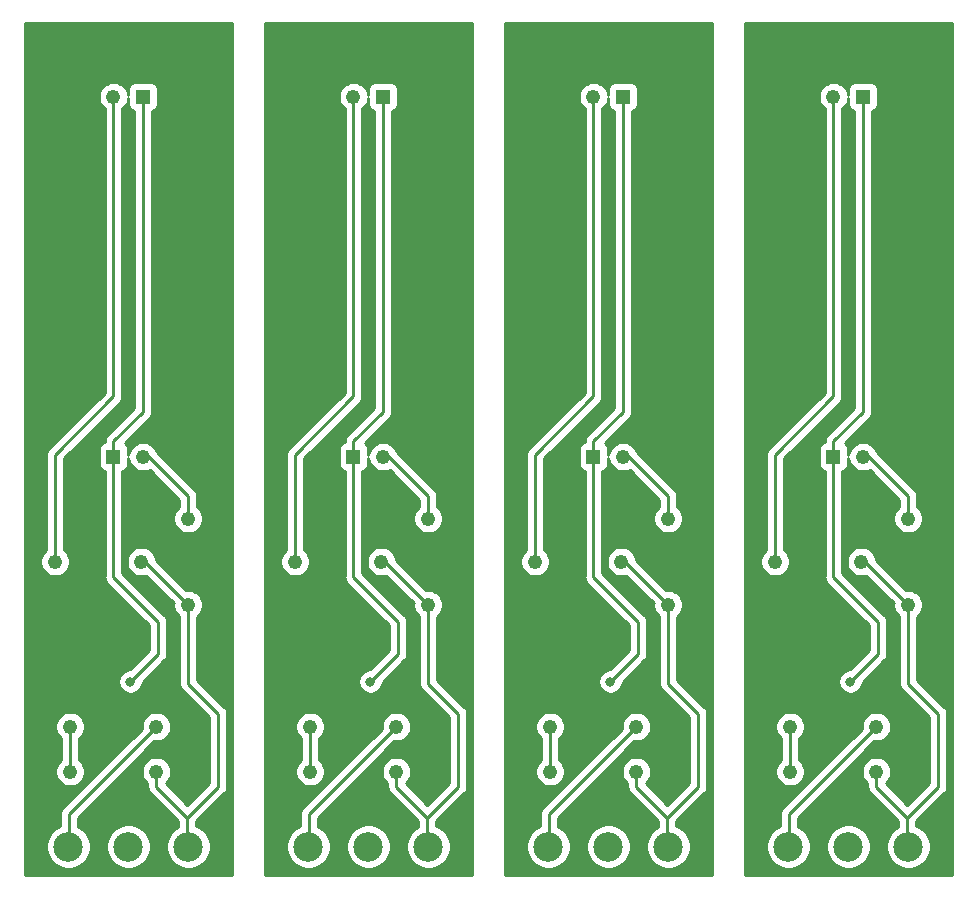
<source format=gbr>
G04 #@! TF.GenerationSoftware,KiCad,Pcbnew,5.1.5-52549c5~86~ubuntu16.04.1*
G04 #@! TF.CreationDate,2020-04-18T11:50:37-06:00*
G04 #@! TF.ProjectId,M_OpDetect,4d5f4f70-4465-4746-9563-742e6b696361,rev?*
G04 #@! TF.SameCoordinates,Original*
G04 #@! TF.FileFunction,Copper,L2,Bot*
G04 #@! TF.FilePolarity,Positive*
%FSLAX46Y46*%
G04 Gerber Fmt 4.6, Leading zero omitted, Abs format (unit mm)*
G04 Created by KiCad (PCBNEW 5.1.5-52549c5~86~ubuntu16.04.1) date 2020-04-18 11:50:37*
%MOMM*%
%LPD*%
G04 APERTURE LIST*
%ADD10C,1.238000*%
%ADD11R,1.230000X1.230000*%
%ADD12C,1.230000*%
%ADD13C,2.499360*%
%ADD14C,0.800000*%
%ADD15C,0.250000*%
%ADD16C,0.254000*%
G04 APERTURE END LIST*
D10*
X144780000Y-101440000D03*
X144780000Y-94140000D03*
X134780000Y-111760000D03*
X142080000Y-111760000D03*
D11*
X140950000Y-58420000D03*
D12*
X138450000Y-58420000D03*
D10*
X140810000Y-97790000D03*
X133510000Y-97790000D03*
D11*
X138450000Y-88900000D03*
D12*
X140950000Y-88900000D03*
D13*
X144780000Y-121920000D03*
X134620000Y-121920000D03*
X139700000Y-121920000D03*
D10*
X142080000Y-115570000D03*
X134780000Y-115570000D03*
X165100000Y-101440000D03*
X165100000Y-94140000D03*
X155100000Y-111760000D03*
X162400000Y-111760000D03*
D11*
X161270000Y-58420000D03*
D12*
X158770000Y-58420000D03*
D10*
X161130000Y-97790000D03*
X153830000Y-97790000D03*
D11*
X158770000Y-88900000D03*
D12*
X161270000Y-88900000D03*
D13*
X165100000Y-121920000D03*
X154940000Y-121920000D03*
X160020000Y-121920000D03*
D10*
X162400000Y-115570000D03*
X155100000Y-115570000D03*
X185420000Y-101440000D03*
X185420000Y-94140000D03*
X175420000Y-111760000D03*
X182720000Y-111760000D03*
D11*
X181590000Y-58420000D03*
D12*
X179090000Y-58420000D03*
D10*
X181450000Y-97790000D03*
X174150000Y-97790000D03*
D11*
X179090000Y-88900000D03*
D12*
X181590000Y-88900000D03*
D13*
X185420000Y-121920000D03*
X175260000Y-121920000D03*
X180340000Y-121920000D03*
D10*
X182720000Y-115570000D03*
X175420000Y-115570000D03*
X205740000Y-101440000D03*
X205740000Y-94140000D03*
X195740000Y-111760000D03*
X203040000Y-111760000D03*
D11*
X201910000Y-58420000D03*
D12*
X199410000Y-58420000D03*
D10*
X201770000Y-97790000D03*
X194470000Y-97790000D03*
D11*
X199410000Y-88900000D03*
D12*
X201910000Y-88900000D03*
D13*
X205740000Y-121920000D03*
X195580000Y-121920000D03*
X200660000Y-121920000D03*
D10*
X203040000Y-115570000D03*
X195740000Y-115570000D03*
D14*
X200833800Y-107950000D03*
X180513800Y-107950000D03*
X160193800Y-107950000D03*
X139873800Y-107950000D03*
D15*
X199410000Y-83800000D02*
X194470000Y-88740000D01*
X194470000Y-96914602D02*
X194470000Y-97790000D01*
X194470000Y-88740000D02*
X194470000Y-97790000D01*
X199410000Y-58420000D02*
X199410000Y-83800000D01*
X205660000Y-121920000D02*
X205660000Y-119460000D01*
X205740000Y-101440000D02*
X205740000Y-108110000D01*
X205740000Y-101440000D02*
X202090000Y-97790000D01*
X205660000Y-119460000D02*
X208280000Y-116840000D01*
X208280000Y-110650000D02*
X205740000Y-108110000D01*
X208280000Y-116840000D02*
X208280000Y-110650000D01*
X206110010Y-122106400D02*
X206110010Y-121920000D01*
X202090000Y-97790000D02*
X201770000Y-97790000D01*
X203040000Y-116840000D02*
X205660000Y-119460000D01*
X203040000Y-115570000D02*
X203040000Y-116840000D01*
X205740000Y-92230000D02*
X202410000Y-88900000D01*
X205740000Y-94140000D02*
X205740000Y-92230000D01*
X195660000Y-119140000D02*
X195660000Y-121920000D01*
X203040000Y-111760000D02*
X195660000Y-119140000D01*
X199410000Y-99080000D02*
X203200000Y-102870000D01*
X199410000Y-87610000D02*
X199410000Y-88900000D01*
X201910000Y-85110000D02*
X199410000Y-87610000D01*
X199410000Y-88900000D02*
X199410000Y-99080000D01*
X201910000Y-58420000D02*
X201910000Y-85110000D01*
X199775000Y-88900000D02*
X198910000Y-88900000D01*
X203200000Y-105583800D02*
X200833800Y-107950000D01*
X203200000Y-102870000D02*
X203200000Y-105583800D01*
X195740000Y-111760000D02*
X195740000Y-115570000D01*
X179090000Y-83800000D02*
X174150000Y-88740000D01*
X174150000Y-96914602D02*
X174150000Y-97790000D01*
X174150000Y-88740000D02*
X174150000Y-97790000D01*
X179090000Y-58420000D02*
X179090000Y-83800000D01*
X185340000Y-121920000D02*
X185340000Y-119460000D01*
X185420000Y-101440000D02*
X185420000Y-108110000D01*
X185420000Y-101440000D02*
X181770000Y-97790000D01*
X185340000Y-119460000D02*
X187960000Y-116840000D01*
X187960000Y-110650000D02*
X185420000Y-108110000D01*
X187960000Y-116840000D02*
X187960000Y-110650000D01*
X185790010Y-122106400D02*
X185790010Y-121920000D01*
X181770000Y-97790000D02*
X181450000Y-97790000D01*
X182720000Y-116840000D02*
X185340000Y-119460000D01*
X182720000Y-115570000D02*
X182720000Y-116840000D01*
X185420000Y-92230000D02*
X182090000Y-88900000D01*
X185420000Y-94140000D02*
X185420000Y-92230000D01*
X175340000Y-119140000D02*
X175340000Y-121920000D01*
X182720000Y-111760000D02*
X175340000Y-119140000D01*
X179090000Y-99080000D02*
X182880000Y-102870000D01*
X179090000Y-87610000D02*
X179090000Y-88900000D01*
X181590000Y-85110000D02*
X179090000Y-87610000D01*
X179090000Y-88900000D02*
X179090000Y-99080000D01*
X181590000Y-58420000D02*
X181590000Y-85110000D01*
X179455000Y-88900000D02*
X178590000Y-88900000D01*
X182880000Y-105583800D02*
X180513800Y-107950000D01*
X182880000Y-102870000D02*
X182880000Y-105583800D01*
X175420000Y-111760000D02*
X175420000Y-115570000D01*
X158770000Y-83800000D02*
X153830000Y-88740000D01*
X153830000Y-96914602D02*
X153830000Y-97790000D01*
X153830000Y-88740000D02*
X153830000Y-97790000D01*
X158770000Y-58420000D02*
X158770000Y-83800000D01*
X165020000Y-121920000D02*
X165020000Y-119460000D01*
X165100000Y-101440000D02*
X165100000Y-108110000D01*
X165100000Y-101440000D02*
X161450000Y-97790000D01*
X165020000Y-119460000D02*
X167640000Y-116840000D01*
X167640000Y-110650000D02*
X165100000Y-108110000D01*
X167640000Y-116840000D02*
X167640000Y-110650000D01*
X165470010Y-122106400D02*
X165470010Y-121920000D01*
X161450000Y-97790000D02*
X161130000Y-97790000D01*
X162400000Y-116840000D02*
X165020000Y-119460000D01*
X162400000Y-115570000D02*
X162400000Y-116840000D01*
X165100000Y-92230000D02*
X161770000Y-88900000D01*
X165100000Y-94140000D02*
X165100000Y-92230000D01*
X155020000Y-119140000D02*
X155020000Y-121920000D01*
X162400000Y-111760000D02*
X155020000Y-119140000D01*
X158770000Y-99080000D02*
X162560000Y-102870000D01*
X158770000Y-87610000D02*
X158770000Y-88900000D01*
X161270000Y-85110000D02*
X158770000Y-87610000D01*
X158770000Y-88900000D02*
X158770000Y-99080000D01*
X161270000Y-58420000D02*
X161270000Y-85110000D01*
X159135000Y-88900000D02*
X158270000Y-88900000D01*
X162560000Y-105583800D02*
X160193800Y-107950000D01*
X162560000Y-102870000D02*
X162560000Y-105583800D01*
X155100000Y-111760000D02*
X155100000Y-115570000D01*
X138450000Y-83800000D02*
X133510000Y-88740000D01*
X133510000Y-96914602D02*
X133510000Y-97790000D01*
X133510000Y-88740000D02*
X133510000Y-97790000D01*
X138450000Y-58420000D02*
X138450000Y-83800000D01*
X144700000Y-121920000D02*
X144700000Y-119460000D01*
X144780000Y-101440000D02*
X144780000Y-108110000D01*
X144780000Y-101440000D02*
X141130000Y-97790000D01*
X144700000Y-119460000D02*
X147320000Y-116840000D01*
X147320000Y-110650000D02*
X144780000Y-108110000D01*
X147320000Y-116840000D02*
X147320000Y-110650000D01*
X145150010Y-122106400D02*
X145150010Y-121920000D01*
X141130000Y-97790000D02*
X140810000Y-97790000D01*
X142080000Y-116840000D02*
X144700000Y-119460000D01*
X142080000Y-115570000D02*
X142080000Y-116840000D01*
X144780000Y-92230000D02*
X141450000Y-88900000D01*
X144780000Y-94140000D02*
X144780000Y-92230000D01*
X134700000Y-119140000D02*
X134700000Y-121920000D01*
X142080000Y-111760000D02*
X134700000Y-119140000D01*
X138450000Y-99080000D02*
X142240000Y-102870000D01*
X138450000Y-87610000D02*
X138450000Y-88900000D01*
X140950000Y-85110000D02*
X138450000Y-87610000D01*
X138450000Y-88900000D02*
X138450000Y-99080000D01*
X140950000Y-58420000D02*
X140950000Y-85110000D01*
X138815000Y-88900000D02*
X137950000Y-88900000D01*
X142240000Y-105583800D02*
X139873800Y-107950000D01*
X142240000Y-102870000D02*
X142240000Y-105583800D01*
X134780000Y-111760000D02*
X134780000Y-115570000D01*
D16*
G36*
X209423000Y-124333000D02*
G01*
X191897000Y-124333000D01*
X191897000Y-121734375D01*
X193695320Y-121734375D01*
X193695320Y-122105625D01*
X193767747Y-122469741D01*
X193909818Y-122812731D01*
X194116074Y-123121413D01*
X194378587Y-123383926D01*
X194687269Y-123590182D01*
X195030259Y-123732253D01*
X195394375Y-123804680D01*
X195765625Y-123804680D01*
X196129741Y-123732253D01*
X196472731Y-123590182D01*
X196781413Y-123383926D01*
X197043926Y-123121413D01*
X197250182Y-122812731D01*
X197392253Y-122469741D01*
X197464680Y-122105625D01*
X197464680Y-121734375D01*
X198775320Y-121734375D01*
X198775320Y-122105625D01*
X198847747Y-122469741D01*
X198989818Y-122812731D01*
X199196074Y-123121413D01*
X199458587Y-123383926D01*
X199767269Y-123590182D01*
X200110259Y-123732253D01*
X200474375Y-123804680D01*
X200845625Y-123804680D01*
X201209741Y-123732253D01*
X201552731Y-123590182D01*
X201861413Y-123383926D01*
X202123926Y-123121413D01*
X202330182Y-122812731D01*
X202472253Y-122469741D01*
X202544680Y-122105625D01*
X202544680Y-121734375D01*
X202472253Y-121370259D01*
X202330182Y-121027269D01*
X202123926Y-120718587D01*
X201861413Y-120456074D01*
X201552731Y-120249818D01*
X201209741Y-120107747D01*
X200845625Y-120035320D01*
X200474375Y-120035320D01*
X200110259Y-120107747D01*
X199767269Y-120249818D01*
X199458587Y-120456074D01*
X199196074Y-120718587D01*
X198989818Y-121027269D01*
X198847747Y-121370259D01*
X198775320Y-121734375D01*
X197464680Y-121734375D01*
X197392253Y-121370259D01*
X197250182Y-121027269D01*
X197043926Y-120718587D01*
X196781413Y-120456074D01*
X196472731Y-120249818D01*
X196420000Y-120227976D01*
X196420000Y-119454801D01*
X202870041Y-113004760D01*
X202916492Y-113014000D01*
X203163508Y-113014000D01*
X203405778Y-112965810D01*
X203633992Y-112871281D01*
X203839379Y-112734046D01*
X204014046Y-112559379D01*
X204151281Y-112353992D01*
X204245810Y-112125778D01*
X204294000Y-111883508D01*
X204294000Y-111636492D01*
X204245810Y-111394222D01*
X204151281Y-111166008D01*
X204014046Y-110960621D01*
X203839379Y-110785954D01*
X203633992Y-110648719D01*
X203405778Y-110554190D01*
X203163508Y-110506000D01*
X202916492Y-110506000D01*
X202674222Y-110554190D01*
X202446008Y-110648719D01*
X202240621Y-110785954D01*
X202065954Y-110960621D01*
X201928719Y-111166008D01*
X201834190Y-111394222D01*
X201786000Y-111636492D01*
X201786000Y-111883508D01*
X201795240Y-111929959D01*
X195149003Y-118576196D01*
X195119999Y-118599999D01*
X195064871Y-118667174D01*
X195025026Y-118715724D01*
X194954455Y-118847753D01*
X194954454Y-118847754D01*
X194910997Y-118991015D01*
X194900000Y-119102668D01*
X194900000Y-119102678D01*
X194896324Y-119140000D01*
X194900000Y-119177323D01*
X194900000Y-120161702D01*
X194687269Y-120249818D01*
X194378587Y-120456074D01*
X194116074Y-120718587D01*
X193909818Y-121027269D01*
X193767747Y-121370259D01*
X193695320Y-121734375D01*
X191897000Y-121734375D01*
X191897000Y-111636492D01*
X194486000Y-111636492D01*
X194486000Y-111883508D01*
X194534190Y-112125778D01*
X194628719Y-112353992D01*
X194765954Y-112559379D01*
X194940621Y-112734046D01*
X194980000Y-112760358D01*
X194980001Y-114569641D01*
X194940621Y-114595954D01*
X194765954Y-114770621D01*
X194628719Y-114976008D01*
X194534190Y-115204222D01*
X194486000Y-115446492D01*
X194486000Y-115693508D01*
X194534190Y-115935778D01*
X194628719Y-116163992D01*
X194765954Y-116369379D01*
X194940621Y-116544046D01*
X195146008Y-116681281D01*
X195374222Y-116775810D01*
X195616492Y-116824000D01*
X195863508Y-116824000D01*
X196105778Y-116775810D01*
X196333992Y-116681281D01*
X196539379Y-116544046D01*
X196714046Y-116369379D01*
X196851281Y-116163992D01*
X196945810Y-115935778D01*
X196994000Y-115693508D01*
X196994000Y-115446492D01*
X196945810Y-115204222D01*
X196851281Y-114976008D01*
X196714046Y-114770621D01*
X196539379Y-114595954D01*
X196500000Y-114569642D01*
X196500000Y-112760358D01*
X196539379Y-112734046D01*
X196714046Y-112559379D01*
X196851281Y-112353992D01*
X196945810Y-112125778D01*
X196994000Y-111883508D01*
X196994000Y-111636492D01*
X196945810Y-111394222D01*
X196851281Y-111166008D01*
X196714046Y-110960621D01*
X196539379Y-110785954D01*
X196333992Y-110648719D01*
X196105778Y-110554190D01*
X195863508Y-110506000D01*
X195616492Y-110506000D01*
X195374222Y-110554190D01*
X195146008Y-110648719D01*
X194940621Y-110785954D01*
X194765954Y-110960621D01*
X194628719Y-111166008D01*
X194534190Y-111394222D01*
X194486000Y-111636492D01*
X191897000Y-111636492D01*
X191897000Y-97666492D01*
X193216000Y-97666492D01*
X193216000Y-97913508D01*
X193264190Y-98155778D01*
X193358719Y-98383992D01*
X193495954Y-98589379D01*
X193670621Y-98764046D01*
X193876008Y-98901281D01*
X194104222Y-98995810D01*
X194346492Y-99044000D01*
X194593508Y-99044000D01*
X194835778Y-98995810D01*
X195063992Y-98901281D01*
X195269379Y-98764046D01*
X195444046Y-98589379D01*
X195581281Y-98383992D01*
X195675810Y-98155778D01*
X195724000Y-97913508D01*
X195724000Y-97666492D01*
X195675810Y-97424222D01*
X195581281Y-97196008D01*
X195444046Y-96990621D01*
X195269379Y-96815954D01*
X195230000Y-96789642D01*
X195230000Y-89054801D01*
X199921003Y-84363799D01*
X199950001Y-84340001D01*
X199976332Y-84307917D01*
X200044974Y-84224277D01*
X200115546Y-84092247D01*
X200159003Y-83948986D01*
X200170000Y-83837333D01*
X200170000Y-83837323D01*
X200173676Y-83800000D01*
X200170000Y-83762678D01*
X200170000Y-59415546D01*
X200206828Y-59390938D01*
X200380938Y-59216828D01*
X200517735Y-59012097D01*
X200611963Y-58784611D01*
X200656928Y-58558558D01*
X200656928Y-59035000D01*
X200669188Y-59159482D01*
X200705498Y-59279180D01*
X200764463Y-59389494D01*
X200843815Y-59486185D01*
X200940506Y-59565537D01*
X201050820Y-59624502D01*
X201150000Y-59654588D01*
X201150001Y-84795197D01*
X198899003Y-87046196D01*
X198869999Y-87069999D01*
X198814871Y-87137174D01*
X198775026Y-87185724D01*
X198704455Y-87317753D01*
X198704454Y-87317754D01*
X198660997Y-87461015D01*
X198650000Y-87572668D01*
X198650000Y-87572678D01*
X198646324Y-87610000D01*
X198650000Y-87647323D01*
X198650000Y-87665412D01*
X198550820Y-87695498D01*
X198440506Y-87754463D01*
X198343815Y-87833815D01*
X198264463Y-87930506D01*
X198205498Y-88040820D01*
X198169188Y-88160518D01*
X198156928Y-88285000D01*
X198156928Y-88792327D01*
X198146323Y-88900000D01*
X198156928Y-89007673D01*
X198156928Y-89515000D01*
X198169188Y-89639482D01*
X198205498Y-89759180D01*
X198264463Y-89869494D01*
X198343815Y-89966185D01*
X198440506Y-90045537D01*
X198550820Y-90104502D01*
X198650000Y-90134588D01*
X198650001Y-99042668D01*
X198646324Y-99080000D01*
X198660998Y-99228985D01*
X198704454Y-99372246D01*
X198775026Y-99504276D01*
X198846201Y-99591002D01*
X198870000Y-99620001D01*
X198898998Y-99643799D01*
X202440000Y-103184803D01*
X202440001Y-105268997D01*
X200793999Y-106915000D01*
X200731861Y-106915000D01*
X200531902Y-106954774D01*
X200343544Y-107032795D01*
X200174026Y-107146063D01*
X200029863Y-107290226D01*
X199916595Y-107459744D01*
X199838574Y-107648102D01*
X199798800Y-107848061D01*
X199798800Y-108051939D01*
X199838574Y-108251898D01*
X199916595Y-108440256D01*
X200029863Y-108609774D01*
X200174026Y-108753937D01*
X200343544Y-108867205D01*
X200531902Y-108945226D01*
X200731861Y-108985000D01*
X200935739Y-108985000D01*
X201135698Y-108945226D01*
X201324056Y-108867205D01*
X201493574Y-108753937D01*
X201637737Y-108609774D01*
X201751005Y-108440256D01*
X201829026Y-108251898D01*
X201868800Y-108051939D01*
X201868800Y-107989801D01*
X203711003Y-106147599D01*
X203740001Y-106123801D01*
X203766332Y-106091717D01*
X203834974Y-106008077D01*
X203905546Y-105876047D01*
X203949003Y-105732786D01*
X203960000Y-105621133D01*
X203960000Y-105621124D01*
X203963676Y-105583801D01*
X203960000Y-105546478D01*
X203960000Y-102907322D01*
X203963676Y-102869999D01*
X203960000Y-102832676D01*
X203960000Y-102832667D01*
X203949003Y-102721014D01*
X203905546Y-102577753D01*
X203834974Y-102445724D01*
X203808977Y-102414046D01*
X203763799Y-102358996D01*
X203763795Y-102358992D01*
X203740001Y-102329999D01*
X203711009Y-102306206D01*
X200170000Y-98765199D01*
X200170000Y-97666492D01*
X200516000Y-97666492D01*
X200516000Y-97913508D01*
X200564190Y-98155778D01*
X200658719Y-98383992D01*
X200795954Y-98589379D01*
X200970621Y-98764046D01*
X201176008Y-98901281D01*
X201404222Y-98995810D01*
X201646492Y-99044000D01*
X201893508Y-99044000D01*
X202135778Y-98995810D01*
X202196045Y-98970847D01*
X204495240Y-101270041D01*
X204486000Y-101316492D01*
X204486000Y-101563508D01*
X204534190Y-101805778D01*
X204628719Y-102033992D01*
X204765954Y-102239379D01*
X204940621Y-102414046D01*
X204980000Y-102440358D01*
X204980001Y-108072668D01*
X204976324Y-108110000D01*
X204990998Y-108258985D01*
X205034454Y-108402246D01*
X205105026Y-108534276D01*
X205176201Y-108621002D01*
X205200000Y-108650001D01*
X205228998Y-108673799D01*
X207520001Y-110964804D01*
X207520000Y-116525198D01*
X205660000Y-118385198D01*
X203827071Y-116552270D01*
X203839379Y-116544046D01*
X204014046Y-116369379D01*
X204151281Y-116163992D01*
X204245810Y-115935778D01*
X204294000Y-115693508D01*
X204294000Y-115446492D01*
X204245810Y-115204222D01*
X204151281Y-114976008D01*
X204014046Y-114770621D01*
X203839379Y-114595954D01*
X203633992Y-114458719D01*
X203405778Y-114364190D01*
X203163508Y-114316000D01*
X202916492Y-114316000D01*
X202674222Y-114364190D01*
X202446008Y-114458719D01*
X202240621Y-114595954D01*
X202065954Y-114770621D01*
X201928719Y-114976008D01*
X201834190Y-115204222D01*
X201786000Y-115446492D01*
X201786000Y-115693508D01*
X201834190Y-115935778D01*
X201928719Y-116163992D01*
X202065954Y-116369379D01*
X202240621Y-116544046D01*
X202280001Y-116570359D01*
X202280001Y-116802668D01*
X202276324Y-116840000D01*
X202290998Y-116988985D01*
X202334454Y-117132246D01*
X202405026Y-117264276D01*
X202476201Y-117351002D01*
X202500000Y-117380001D01*
X202528998Y-117403799D01*
X204900001Y-119774803D01*
X204900001Y-120227976D01*
X204847269Y-120249818D01*
X204538587Y-120456074D01*
X204276074Y-120718587D01*
X204069818Y-121027269D01*
X203927747Y-121370259D01*
X203855320Y-121734375D01*
X203855320Y-122105625D01*
X203927747Y-122469741D01*
X204069818Y-122812731D01*
X204276074Y-123121413D01*
X204538587Y-123383926D01*
X204847269Y-123590182D01*
X205190259Y-123732253D01*
X205554375Y-123804680D01*
X205925625Y-123804680D01*
X206289741Y-123732253D01*
X206632731Y-123590182D01*
X206941413Y-123383926D01*
X207203926Y-123121413D01*
X207410182Y-122812731D01*
X207552253Y-122469741D01*
X207624680Y-122105625D01*
X207624680Y-121734375D01*
X207552253Y-121370259D01*
X207410182Y-121027269D01*
X207203926Y-120718587D01*
X206941413Y-120456074D01*
X206632731Y-120249818D01*
X206420000Y-120161702D01*
X206420000Y-119774801D01*
X208791004Y-117403798D01*
X208820001Y-117380001D01*
X208914974Y-117264276D01*
X208985546Y-117132247D01*
X209029003Y-116988986D01*
X209040000Y-116877333D01*
X209040000Y-116877332D01*
X209043677Y-116840000D01*
X209040000Y-116802667D01*
X209040000Y-110687322D01*
X209043676Y-110649999D01*
X209040000Y-110612676D01*
X209040000Y-110612667D01*
X209029003Y-110501014D01*
X208985546Y-110357753D01*
X208914974Y-110225724D01*
X208901811Y-110209685D01*
X208843799Y-110138996D01*
X208843795Y-110138992D01*
X208820001Y-110109999D01*
X208791008Y-110086205D01*
X206500000Y-107795199D01*
X206500000Y-102440358D01*
X206539379Y-102414046D01*
X206714046Y-102239379D01*
X206851281Y-102033992D01*
X206945810Y-101805778D01*
X206994000Y-101563508D01*
X206994000Y-101316492D01*
X206945810Y-101074222D01*
X206851281Y-100846008D01*
X206714046Y-100640621D01*
X206539379Y-100465954D01*
X206333992Y-100328719D01*
X206105778Y-100234190D01*
X205863508Y-100186000D01*
X205616492Y-100186000D01*
X205570041Y-100195240D01*
X203019706Y-97644905D01*
X202975810Y-97424222D01*
X202881281Y-97196008D01*
X202744046Y-96990621D01*
X202569379Y-96815954D01*
X202363992Y-96678719D01*
X202135778Y-96584190D01*
X201893508Y-96536000D01*
X201646492Y-96536000D01*
X201404222Y-96584190D01*
X201176008Y-96678719D01*
X200970621Y-96815954D01*
X200795954Y-96990621D01*
X200658719Y-97196008D01*
X200564190Y-97424222D01*
X200516000Y-97666492D01*
X200170000Y-97666492D01*
X200170000Y-90134588D01*
X200269180Y-90104502D01*
X200379494Y-90045537D01*
X200476185Y-89966185D01*
X200555537Y-89869494D01*
X200614502Y-89759180D01*
X200650812Y-89639482D01*
X200663072Y-89515000D01*
X200663072Y-89038558D01*
X200708037Y-89264611D01*
X200802265Y-89492097D01*
X200939062Y-89696828D01*
X201113172Y-89870938D01*
X201317903Y-90007735D01*
X201545389Y-90101963D01*
X201786886Y-90150000D01*
X202033114Y-90150000D01*
X202274611Y-90101963D01*
X202460262Y-90025064D01*
X204980001Y-92544803D01*
X204980001Y-93139641D01*
X204940621Y-93165954D01*
X204765954Y-93340621D01*
X204628719Y-93546008D01*
X204534190Y-93774222D01*
X204486000Y-94016492D01*
X204486000Y-94263508D01*
X204534190Y-94505778D01*
X204628719Y-94733992D01*
X204765954Y-94939379D01*
X204940621Y-95114046D01*
X205146008Y-95251281D01*
X205374222Y-95345810D01*
X205616492Y-95394000D01*
X205863508Y-95394000D01*
X206105778Y-95345810D01*
X206333992Y-95251281D01*
X206539379Y-95114046D01*
X206714046Y-94939379D01*
X206851281Y-94733992D01*
X206945810Y-94505778D01*
X206994000Y-94263508D01*
X206994000Y-94016492D01*
X206945810Y-93774222D01*
X206851281Y-93546008D01*
X206714046Y-93340621D01*
X206539379Y-93165954D01*
X206500000Y-93139642D01*
X206500000Y-92267322D01*
X206503676Y-92229999D01*
X206500000Y-92192676D01*
X206500000Y-92192667D01*
X206489003Y-92081014D01*
X206445546Y-91937753D01*
X206374974Y-91805724D01*
X206280001Y-91689999D01*
X206251003Y-91666201D01*
X203106146Y-88521345D01*
X203017735Y-88307903D01*
X202880938Y-88103172D01*
X202706828Y-87929062D01*
X202502097Y-87792265D01*
X202274611Y-87698037D01*
X202033114Y-87650000D01*
X201786886Y-87650000D01*
X201545389Y-87698037D01*
X201317903Y-87792265D01*
X201113172Y-87929062D01*
X200939062Y-88103172D01*
X200802265Y-88307903D01*
X200708037Y-88535389D01*
X200663072Y-88761442D01*
X200663072Y-88285000D01*
X200650812Y-88160518D01*
X200614502Y-88040820D01*
X200555537Y-87930506D01*
X200476185Y-87833815D01*
X200379494Y-87754463D01*
X200353977Y-87740824D01*
X202421003Y-85673799D01*
X202450001Y-85650001D01*
X202476332Y-85617917D01*
X202544974Y-85534277D01*
X202615546Y-85402247D01*
X202659003Y-85258986D01*
X202670000Y-85147333D01*
X202670000Y-85147323D01*
X202673676Y-85110000D01*
X202670000Y-85072677D01*
X202670000Y-59654588D01*
X202769180Y-59624502D01*
X202879494Y-59565537D01*
X202976185Y-59486185D01*
X203055537Y-59389494D01*
X203114502Y-59279180D01*
X203150812Y-59159482D01*
X203163072Y-59035000D01*
X203163072Y-57805000D01*
X203150812Y-57680518D01*
X203114502Y-57560820D01*
X203055537Y-57450506D01*
X202976185Y-57353815D01*
X202879494Y-57274463D01*
X202769180Y-57215498D01*
X202649482Y-57179188D01*
X202525000Y-57166928D01*
X201295000Y-57166928D01*
X201170518Y-57179188D01*
X201050820Y-57215498D01*
X200940506Y-57274463D01*
X200843815Y-57353815D01*
X200764463Y-57450506D01*
X200705498Y-57560820D01*
X200669188Y-57680518D01*
X200656928Y-57805000D01*
X200656928Y-58281442D01*
X200611963Y-58055389D01*
X200517735Y-57827903D01*
X200380938Y-57623172D01*
X200206828Y-57449062D01*
X200002097Y-57312265D01*
X199774611Y-57218037D01*
X199533114Y-57170000D01*
X199286886Y-57170000D01*
X199045389Y-57218037D01*
X198817903Y-57312265D01*
X198613172Y-57449062D01*
X198439062Y-57623172D01*
X198302265Y-57827903D01*
X198208037Y-58055389D01*
X198160000Y-58296886D01*
X198160000Y-58543114D01*
X198208037Y-58784611D01*
X198302265Y-59012097D01*
X198439062Y-59216828D01*
X198613172Y-59390938D01*
X198650000Y-59415546D01*
X198650001Y-83485197D01*
X193959003Y-88176196D01*
X193929999Y-88199999D01*
X193876633Y-88265026D01*
X193835026Y-88315724D01*
X193804050Y-88373676D01*
X193764454Y-88447754D01*
X193720997Y-88591015D01*
X193710000Y-88702668D01*
X193710000Y-88702678D01*
X193706324Y-88740000D01*
X193710000Y-88777322D01*
X193710001Y-96789641D01*
X193670621Y-96815954D01*
X193495954Y-96990621D01*
X193358719Y-97196008D01*
X193264190Y-97424222D01*
X193216000Y-97666492D01*
X191897000Y-97666492D01*
X191897000Y-52197000D01*
X209423000Y-52197000D01*
X209423000Y-124333000D01*
G37*
X209423000Y-124333000D02*
X191897000Y-124333000D01*
X191897000Y-121734375D01*
X193695320Y-121734375D01*
X193695320Y-122105625D01*
X193767747Y-122469741D01*
X193909818Y-122812731D01*
X194116074Y-123121413D01*
X194378587Y-123383926D01*
X194687269Y-123590182D01*
X195030259Y-123732253D01*
X195394375Y-123804680D01*
X195765625Y-123804680D01*
X196129741Y-123732253D01*
X196472731Y-123590182D01*
X196781413Y-123383926D01*
X197043926Y-123121413D01*
X197250182Y-122812731D01*
X197392253Y-122469741D01*
X197464680Y-122105625D01*
X197464680Y-121734375D01*
X198775320Y-121734375D01*
X198775320Y-122105625D01*
X198847747Y-122469741D01*
X198989818Y-122812731D01*
X199196074Y-123121413D01*
X199458587Y-123383926D01*
X199767269Y-123590182D01*
X200110259Y-123732253D01*
X200474375Y-123804680D01*
X200845625Y-123804680D01*
X201209741Y-123732253D01*
X201552731Y-123590182D01*
X201861413Y-123383926D01*
X202123926Y-123121413D01*
X202330182Y-122812731D01*
X202472253Y-122469741D01*
X202544680Y-122105625D01*
X202544680Y-121734375D01*
X202472253Y-121370259D01*
X202330182Y-121027269D01*
X202123926Y-120718587D01*
X201861413Y-120456074D01*
X201552731Y-120249818D01*
X201209741Y-120107747D01*
X200845625Y-120035320D01*
X200474375Y-120035320D01*
X200110259Y-120107747D01*
X199767269Y-120249818D01*
X199458587Y-120456074D01*
X199196074Y-120718587D01*
X198989818Y-121027269D01*
X198847747Y-121370259D01*
X198775320Y-121734375D01*
X197464680Y-121734375D01*
X197392253Y-121370259D01*
X197250182Y-121027269D01*
X197043926Y-120718587D01*
X196781413Y-120456074D01*
X196472731Y-120249818D01*
X196420000Y-120227976D01*
X196420000Y-119454801D01*
X202870041Y-113004760D01*
X202916492Y-113014000D01*
X203163508Y-113014000D01*
X203405778Y-112965810D01*
X203633992Y-112871281D01*
X203839379Y-112734046D01*
X204014046Y-112559379D01*
X204151281Y-112353992D01*
X204245810Y-112125778D01*
X204294000Y-111883508D01*
X204294000Y-111636492D01*
X204245810Y-111394222D01*
X204151281Y-111166008D01*
X204014046Y-110960621D01*
X203839379Y-110785954D01*
X203633992Y-110648719D01*
X203405778Y-110554190D01*
X203163508Y-110506000D01*
X202916492Y-110506000D01*
X202674222Y-110554190D01*
X202446008Y-110648719D01*
X202240621Y-110785954D01*
X202065954Y-110960621D01*
X201928719Y-111166008D01*
X201834190Y-111394222D01*
X201786000Y-111636492D01*
X201786000Y-111883508D01*
X201795240Y-111929959D01*
X195149003Y-118576196D01*
X195119999Y-118599999D01*
X195064871Y-118667174D01*
X195025026Y-118715724D01*
X194954455Y-118847753D01*
X194954454Y-118847754D01*
X194910997Y-118991015D01*
X194900000Y-119102668D01*
X194900000Y-119102678D01*
X194896324Y-119140000D01*
X194900000Y-119177323D01*
X194900000Y-120161702D01*
X194687269Y-120249818D01*
X194378587Y-120456074D01*
X194116074Y-120718587D01*
X193909818Y-121027269D01*
X193767747Y-121370259D01*
X193695320Y-121734375D01*
X191897000Y-121734375D01*
X191897000Y-111636492D01*
X194486000Y-111636492D01*
X194486000Y-111883508D01*
X194534190Y-112125778D01*
X194628719Y-112353992D01*
X194765954Y-112559379D01*
X194940621Y-112734046D01*
X194980000Y-112760358D01*
X194980001Y-114569641D01*
X194940621Y-114595954D01*
X194765954Y-114770621D01*
X194628719Y-114976008D01*
X194534190Y-115204222D01*
X194486000Y-115446492D01*
X194486000Y-115693508D01*
X194534190Y-115935778D01*
X194628719Y-116163992D01*
X194765954Y-116369379D01*
X194940621Y-116544046D01*
X195146008Y-116681281D01*
X195374222Y-116775810D01*
X195616492Y-116824000D01*
X195863508Y-116824000D01*
X196105778Y-116775810D01*
X196333992Y-116681281D01*
X196539379Y-116544046D01*
X196714046Y-116369379D01*
X196851281Y-116163992D01*
X196945810Y-115935778D01*
X196994000Y-115693508D01*
X196994000Y-115446492D01*
X196945810Y-115204222D01*
X196851281Y-114976008D01*
X196714046Y-114770621D01*
X196539379Y-114595954D01*
X196500000Y-114569642D01*
X196500000Y-112760358D01*
X196539379Y-112734046D01*
X196714046Y-112559379D01*
X196851281Y-112353992D01*
X196945810Y-112125778D01*
X196994000Y-111883508D01*
X196994000Y-111636492D01*
X196945810Y-111394222D01*
X196851281Y-111166008D01*
X196714046Y-110960621D01*
X196539379Y-110785954D01*
X196333992Y-110648719D01*
X196105778Y-110554190D01*
X195863508Y-110506000D01*
X195616492Y-110506000D01*
X195374222Y-110554190D01*
X195146008Y-110648719D01*
X194940621Y-110785954D01*
X194765954Y-110960621D01*
X194628719Y-111166008D01*
X194534190Y-111394222D01*
X194486000Y-111636492D01*
X191897000Y-111636492D01*
X191897000Y-97666492D01*
X193216000Y-97666492D01*
X193216000Y-97913508D01*
X193264190Y-98155778D01*
X193358719Y-98383992D01*
X193495954Y-98589379D01*
X193670621Y-98764046D01*
X193876008Y-98901281D01*
X194104222Y-98995810D01*
X194346492Y-99044000D01*
X194593508Y-99044000D01*
X194835778Y-98995810D01*
X195063992Y-98901281D01*
X195269379Y-98764046D01*
X195444046Y-98589379D01*
X195581281Y-98383992D01*
X195675810Y-98155778D01*
X195724000Y-97913508D01*
X195724000Y-97666492D01*
X195675810Y-97424222D01*
X195581281Y-97196008D01*
X195444046Y-96990621D01*
X195269379Y-96815954D01*
X195230000Y-96789642D01*
X195230000Y-89054801D01*
X199921003Y-84363799D01*
X199950001Y-84340001D01*
X199976332Y-84307917D01*
X200044974Y-84224277D01*
X200115546Y-84092247D01*
X200159003Y-83948986D01*
X200170000Y-83837333D01*
X200170000Y-83837323D01*
X200173676Y-83800000D01*
X200170000Y-83762678D01*
X200170000Y-59415546D01*
X200206828Y-59390938D01*
X200380938Y-59216828D01*
X200517735Y-59012097D01*
X200611963Y-58784611D01*
X200656928Y-58558558D01*
X200656928Y-59035000D01*
X200669188Y-59159482D01*
X200705498Y-59279180D01*
X200764463Y-59389494D01*
X200843815Y-59486185D01*
X200940506Y-59565537D01*
X201050820Y-59624502D01*
X201150000Y-59654588D01*
X201150001Y-84795197D01*
X198899003Y-87046196D01*
X198869999Y-87069999D01*
X198814871Y-87137174D01*
X198775026Y-87185724D01*
X198704455Y-87317753D01*
X198704454Y-87317754D01*
X198660997Y-87461015D01*
X198650000Y-87572668D01*
X198650000Y-87572678D01*
X198646324Y-87610000D01*
X198650000Y-87647323D01*
X198650000Y-87665412D01*
X198550820Y-87695498D01*
X198440506Y-87754463D01*
X198343815Y-87833815D01*
X198264463Y-87930506D01*
X198205498Y-88040820D01*
X198169188Y-88160518D01*
X198156928Y-88285000D01*
X198156928Y-88792327D01*
X198146323Y-88900000D01*
X198156928Y-89007673D01*
X198156928Y-89515000D01*
X198169188Y-89639482D01*
X198205498Y-89759180D01*
X198264463Y-89869494D01*
X198343815Y-89966185D01*
X198440506Y-90045537D01*
X198550820Y-90104502D01*
X198650000Y-90134588D01*
X198650001Y-99042668D01*
X198646324Y-99080000D01*
X198660998Y-99228985D01*
X198704454Y-99372246D01*
X198775026Y-99504276D01*
X198846201Y-99591002D01*
X198870000Y-99620001D01*
X198898998Y-99643799D01*
X202440000Y-103184803D01*
X202440001Y-105268997D01*
X200793999Y-106915000D01*
X200731861Y-106915000D01*
X200531902Y-106954774D01*
X200343544Y-107032795D01*
X200174026Y-107146063D01*
X200029863Y-107290226D01*
X199916595Y-107459744D01*
X199838574Y-107648102D01*
X199798800Y-107848061D01*
X199798800Y-108051939D01*
X199838574Y-108251898D01*
X199916595Y-108440256D01*
X200029863Y-108609774D01*
X200174026Y-108753937D01*
X200343544Y-108867205D01*
X200531902Y-108945226D01*
X200731861Y-108985000D01*
X200935739Y-108985000D01*
X201135698Y-108945226D01*
X201324056Y-108867205D01*
X201493574Y-108753937D01*
X201637737Y-108609774D01*
X201751005Y-108440256D01*
X201829026Y-108251898D01*
X201868800Y-108051939D01*
X201868800Y-107989801D01*
X203711003Y-106147599D01*
X203740001Y-106123801D01*
X203766332Y-106091717D01*
X203834974Y-106008077D01*
X203905546Y-105876047D01*
X203949003Y-105732786D01*
X203960000Y-105621133D01*
X203960000Y-105621124D01*
X203963676Y-105583801D01*
X203960000Y-105546478D01*
X203960000Y-102907322D01*
X203963676Y-102869999D01*
X203960000Y-102832676D01*
X203960000Y-102832667D01*
X203949003Y-102721014D01*
X203905546Y-102577753D01*
X203834974Y-102445724D01*
X203808977Y-102414046D01*
X203763799Y-102358996D01*
X203763795Y-102358992D01*
X203740001Y-102329999D01*
X203711009Y-102306206D01*
X200170000Y-98765199D01*
X200170000Y-97666492D01*
X200516000Y-97666492D01*
X200516000Y-97913508D01*
X200564190Y-98155778D01*
X200658719Y-98383992D01*
X200795954Y-98589379D01*
X200970621Y-98764046D01*
X201176008Y-98901281D01*
X201404222Y-98995810D01*
X201646492Y-99044000D01*
X201893508Y-99044000D01*
X202135778Y-98995810D01*
X202196045Y-98970847D01*
X204495240Y-101270041D01*
X204486000Y-101316492D01*
X204486000Y-101563508D01*
X204534190Y-101805778D01*
X204628719Y-102033992D01*
X204765954Y-102239379D01*
X204940621Y-102414046D01*
X204980000Y-102440358D01*
X204980001Y-108072668D01*
X204976324Y-108110000D01*
X204990998Y-108258985D01*
X205034454Y-108402246D01*
X205105026Y-108534276D01*
X205176201Y-108621002D01*
X205200000Y-108650001D01*
X205228998Y-108673799D01*
X207520001Y-110964804D01*
X207520000Y-116525198D01*
X205660000Y-118385198D01*
X203827071Y-116552270D01*
X203839379Y-116544046D01*
X204014046Y-116369379D01*
X204151281Y-116163992D01*
X204245810Y-115935778D01*
X204294000Y-115693508D01*
X204294000Y-115446492D01*
X204245810Y-115204222D01*
X204151281Y-114976008D01*
X204014046Y-114770621D01*
X203839379Y-114595954D01*
X203633992Y-114458719D01*
X203405778Y-114364190D01*
X203163508Y-114316000D01*
X202916492Y-114316000D01*
X202674222Y-114364190D01*
X202446008Y-114458719D01*
X202240621Y-114595954D01*
X202065954Y-114770621D01*
X201928719Y-114976008D01*
X201834190Y-115204222D01*
X201786000Y-115446492D01*
X201786000Y-115693508D01*
X201834190Y-115935778D01*
X201928719Y-116163992D01*
X202065954Y-116369379D01*
X202240621Y-116544046D01*
X202280001Y-116570359D01*
X202280001Y-116802668D01*
X202276324Y-116840000D01*
X202290998Y-116988985D01*
X202334454Y-117132246D01*
X202405026Y-117264276D01*
X202476201Y-117351002D01*
X202500000Y-117380001D01*
X202528998Y-117403799D01*
X204900001Y-119774803D01*
X204900001Y-120227976D01*
X204847269Y-120249818D01*
X204538587Y-120456074D01*
X204276074Y-120718587D01*
X204069818Y-121027269D01*
X203927747Y-121370259D01*
X203855320Y-121734375D01*
X203855320Y-122105625D01*
X203927747Y-122469741D01*
X204069818Y-122812731D01*
X204276074Y-123121413D01*
X204538587Y-123383926D01*
X204847269Y-123590182D01*
X205190259Y-123732253D01*
X205554375Y-123804680D01*
X205925625Y-123804680D01*
X206289741Y-123732253D01*
X206632731Y-123590182D01*
X206941413Y-123383926D01*
X207203926Y-123121413D01*
X207410182Y-122812731D01*
X207552253Y-122469741D01*
X207624680Y-122105625D01*
X207624680Y-121734375D01*
X207552253Y-121370259D01*
X207410182Y-121027269D01*
X207203926Y-120718587D01*
X206941413Y-120456074D01*
X206632731Y-120249818D01*
X206420000Y-120161702D01*
X206420000Y-119774801D01*
X208791004Y-117403798D01*
X208820001Y-117380001D01*
X208914974Y-117264276D01*
X208985546Y-117132247D01*
X209029003Y-116988986D01*
X209040000Y-116877333D01*
X209040000Y-116877332D01*
X209043677Y-116840000D01*
X209040000Y-116802667D01*
X209040000Y-110687322D01*
X209043676Y-110649999D01*
X209040000Y-110612676D01*
X209040000Y-110612667D01*
X209029003Y-110501014D01*
X208985546Y-110357753D01*
X208914974Y-110225724D01*
X208901811Y-110209685D01*
X208843799Y-110138996D01*
X208843795Y-110138992D01*
X208820001Y-110109999D01*
X208791008Y-110086205D01*
X206500000Y-107795199D01*
X206500000Y-102440358D01*
X206539379Y-102414046D01*
X206714046Y-102239379D01*
X206851281Y-102033992D01*
X206945810Y-101805778D01*
X206994000Y-101563508D01*
X206994000Y-101316492D01*
X206945810Y-101074222D01*
X206851281Y-100846008D01*
X206714046Y-100640621D01*
X206539379Y-100465954D01*
X206333992Y-100328719D01*
X206105778Y-100234190D01*
X205863508Y-100186000D01*
X205616492Y-100186000D01*
X205570041Y-100195240D01*
X203019706Y-97644905D01*
X202975810Y-97424222D01*
X202881281Y-97196008D01*
X202744046Y-96990621D01*
X202569379Y-96815954D01*
X202363992Y-96678719D01*
X202135778Y-96584190D01*
X201893508Y-96536000D01*
X201646492Y-96536000D01*
X201404222Y-96584190D01*
X201176008Y-96678719D01*
X200970621Y-96815954D01*
X200795954Y-96990621D01*
X200658719Y-97196008D01*
X200564190Y-97424222D01*
X200516000Y-97666492D01*
X200170000Y-97666492D01*
X200170000Y-90134588D01*
X200269180Y-90104502D01*
X200379494Y-90045537D01*
X200476185Y-89966185D01*
X200555537Y-89869494D01*
X200614502Y-89759180D01*
X200650812Y-89639482D01*
X200663072Y-89515000D01*
X200663072Y-89038558D01*
X200708037Y-89264611D01*
X200802265Y-89492097D01*
X200939062Y-89696828D01*
X201113172Y-89870938D01*
X201317903Y-90007735D01*
X201545389Y-90101963D01*
X201786886Y-90150000D01*
X202033114Y-90150000D01*
X202274611Y-90101963D01*
X202460262Y-90025064D01*
X204980001Y-92544803D01*
X204980001Y-93139641D01*
X204940621Y-93165954D01*
X204765954Y-93340621D01*
X204628719Y-93546008D01*
X204534190Y-93774222D01*
X204486000Y-94016492D01*
X204486000Y-94263508D01*
X204534190Y-94505778D01*
X204628719Y-94733992D01*
X204765954Y-94939379D01*
X204940621Y-95114046D01*
X205146008Y-95251281D01*
X205374222Y-95345810D01*
X205616492Y-95394000D01*
X205863508Y-95394000D01*
X206105778Y-95345810D01*
X206333992Y-95251281D01*
X206539379Y-95114046D01*
X206714046Y-94939379D01*
X206851281Y-94733992D01*
X206945810Y-94505778D01*
X206994000Y-94263508D01*
X206994000Y-94016492D01*
X206945810Y-93774222D01*
X206851281Y-93546008D01*
X206714046Y-93340621D01*
X206539379Y-93165954D01*
X206500000Y-93139642D01*
X206500000Y-92267322D01*
X206503676Y-92229999D01*
X206500000Y-92192676D01*
X206500000Y-92192667D01*
X206489003Y-92081014D01*
X206445546Y-91937753D01*
X206374974Y-91805724D01*
X206280001Y-91689999D01*
X206251003Y-91666201D01*
X203106146Y-88521345D01*
X203017735Y-88307903D01*
X202880938Y-88103172D01*
X202706828Y-87929062D01*
X202502097Y-87792265D01*
X202274611Y-87698037D01*
X202033114Y-87650000D01*
X201786886Y-87650000D01*
X201545389Y-87698037D01*
X201317903Y-87792265D01*
X201113172Y-87929062D01*
X200939062Y-88103172D01*
X200802265Y-88307903D01*
X200708037Y-88535389D01*
X200663072Y-88761442D01*
X200663072Y-88285000D01*
X200650812Y-88160518D01*
X200614502Y-88040820D01*
X200555537Y-87930506D01*
X200476185Y-87833815D01*
X200379494Y-87754463D01*
X200353977Y-87740824D01*
X202421003Y-85673799D01*
X202450001Y-85650001D01*
X202476332Y-85617917D01*
X202544974Y-85534277D01*
X202615546Y-85402247D01*
X202659003Y-85258986D01*
X202670000Y-85147333D01*
X202670000Y-85147323D01*
X202673676Y-85110000D01*
X202670000Y-85072677D01*
X202670000Y-59654588D01*
X202769180Y-59624502D01*
X202879494Y-59565537D01*
X202976185Y-59486185D01*
X203055537Y-59389494D01*
X203114502Y-59279180D01*
X203150812Y-59159482D01*
X203163072Y-59035000D01*
X203163072Y-57805000D01*
X203150812Y-57680518D01*
X203114502Y-57560820D01*
X203055537Y-57450506D01*
X202976185Y-57353815D01*
X202879494Y-57274463D01*
X202769180Y-57215498D01*
X202649482Y-57179188D01*
X202525000Y-57166928D01*
X201295000Y-57166928D01*
X201170518Y-57179188D01*
X201050820Y-57215498D01*
X200940506Y-57274463D01*
X200843815Y-57353815D01*
X200764463Y-57450506D01*
X200705498Y-57560820D01*
X200669188Y-57680518D01*
X200656928Y-57805000D01*
X200656928Y-58281442D01*
X200611963Y-58055389D01*
X200517735Y-57827903D01*
X200380938Y-57623172D01*
X200206828Y-57449062D01*
X200002097Y-57312265D01*
X199774611Y-57218037D01*
X199533114Y-57170000D01*
X199286886Y-57170000D01*
X199045389Y-57218037D01*
X198817903Y-57312265D01*
X198613172Y-57449062D01*
X198439062Y-57623172D01*
X198302265Y-57827903D01*
X198208037Y-58055389D01*
X198160000Y-58296886D01*
X198160000Y-58543114D01*
X198208037Y-58784611D01*
X198302265Y-59012097D01*
X198439062Y-59216828D01*
X198613172Y-59390938D01*
X198650000Y-59415546D01*
X198650001Y-83485197D01*
X193959003Y-88176196D01*
X193929999Y-88199999D01*
X193876633Y-88265026D01*
X193835026Y-88315724D01*
X193804050Y-88373676D01*
X193764454Y-88447754D01*
X193720997Y-88591015D01*
X193710000Y-88702668D01*
X193710000Y-88702678D01*
X193706324Y-88740000D01*
X193710000Y-88777322D01*
X193710001Y-96789641D01*
X193670621Y-96815954D01*
X193495954Y-96990621D01*
X193358719Y-97196008D01*
X193264190Y-97424222D01*
X193216000Y-97666492D01*
X191897000Y-97666492D01*
X191897000Y-52197000D01*
X209423000Y-52197000D01*
X209423000Y-124333000D01*
G36*
X189103000Y-124333000D02*
G01*
X171577000Y-124333000D01*
X171577000Y-121734375D01*
X173375320Y-121734375D01*
X173375320Y-122105625D01*
X173447747Y-122469741D01*
X173589818Y-122812731D01*
X173796074Y-123121413D01*
X174058587Y-123383926D01*
X174367269Y-123590182D01*
X174710259Y-123732253D01*
X175074375Y-123804680D01*
X175445625Y-123804680D01*
X175809741Y-123732253D01*
X176152731Y-123590182D01*
X176461413Y-123383926D01*
X176723926Y-123121413D01*
X176930182Y-122812731D01*
X177072253Y-122469741D01*
X177144680Y-122105625D01*
X177144680Y-121734375D01*
X178455320Y-121734375D01*
X178455320Y-122105625D01*
X178527747Y-122469741D01*
X178669818Y-122812731D01*
X178876074Y-123121413D01*
X179138587Y-123383926D01*
X179447269Y-123590182D01*
X179790259Y-123732253D01*
X180154375Y-123804680D01*
X180525625Y-123804680D01*
X180889741Y-123732253D01*
X181232731Y-123590182D01*
X181541413Y-123383926D01*
X181803926Y-123121413D01*
X182010182Y-122812731D01*
X182152253Y-122469741D01*
X182224680Y-122105625D01*
X182224680Y-121734375D01*
X182152253Y-121370259D01*
X182010182Y-121027269D01*
X181803926Y-120718587D01*
X181541413Y-120456074D01*
X181232731Y-120249818D01*
X180889741Y-120107747D01*
X180525625Y-120035320D01*
X180154375Y-120035320D01*
X179790259Y-120107747D01*
X179447269Y-120249818D01*
X179138587Y-120456074D01*
X178876074Y-120718587D01*
X178669818Y-121027269D01*
X178527747Y-121370259D01*
X178455320Y-121734375D01*
X177144680Y-121734375D01*
X177072253Y-121370259D01*
X176930182Y-121027269D01*
X176723926Y-120718587D01*
X176461413Y-120456074D01*
X176152731Y-120249818D01*
X176100000Y-120227976D01*
X176100000Y-119454801D01*
X182550041Y-113004760D01*
X182596492Y-113014000D01*
X182843508Y-113014000D01*
X183085778Y-112965810D01*
X183313992Y-112871281D01*
X183519379Y-112734046D01*
X183694046Y-112559379D01*
X183831281Y-112353992D01*
X183925810Y-112125778D01*
X183974000Y-111883508D01*
X183974000Y-111636492D01*
X183925810Y-111394222D01*
X183831281Y-111166008D01*
X183694046Y-110960621D01*
X183519379Y-110785954D01*
X183313992Y-110648719D01*
X183085778Y-110554190D01*
X182843508Y-110506000D01*
X182596492Y-110506000D01*
X182354222Y-110554190D01*
X182126008Y-110648719D01*
X181920621Y-110785954D01*
X181745954Y-110960621D01*
X181608719Y-111166008D01*
X181514190Y-111394222D01*
X181466000Y-111636492D01*
X181466000Y-111883508D01*
X181475240Y-111929959D01*
X174829003Y-118576196D01*
X174799999Y-118599999D01*
X174744871Y-118667174D01*
X174705026Y-118715724D01*
X174634455Y-118847753D01*
X174634454Y-118847754D01*
X174590997Y-118991015D01*
X174580000Y-119102668D01*
X174580000Y-119102678D01*
X174576324Y-119140000D01*
X174580000Y-119177323D01*
X174580000Y-120161702D01*
X174367269Y-120249818D01*
X174058587Y-120456074D01*
X173796074Y-120718587D01*
X173589818Y-121027269D01*
X173447747Y-121370259D01*
X173375320Y-121734375D01*
X171577000Y-121734375D01*
X171577000Y-111636492D01*
X174166000Y-111636492D01*
X174166000Y-111883508D01*
X174214190Y-112125778D01*
X174308719Y-112353992D01*
X174445954Y-112559379D01*
X174620621Y-112734046D01*
X174660000Y-112760358D01*
X174660001Y-114569641D01*
X174620621Y-114595954D01*
X174445954Y-114770621D01*
X174308719Y-114976008D01*
X174214190Y-115204222D01*
X174166000Y-115446492D01*
X174166000Y-115693508D01*
X174214190Y-115935778D01*
X174308719Y-116163992D01*
X174445954Y-116369379D01*
X174620621Y-116544046D01*
X174826008Y-116681281D01*
X175054222Y-116775810D01*
X175296492Y-116824000D01*
X175543508Y-116824000D01*
X175785778Y-116775810D01*
X176013992Y-116681281D01*
X176219379Y-116544046D01*
X176394046Y-116369379D01*
X176531281Y-116163992D01*
X176625810Y-115935778D01*
X176674000Y-115693508D01*
X176674000Y-115446492D01*
X176625810Y-115204222D01*
X176531281Y-114976008D01*
X176394046Y-114770621D01*
X176219379Y-114595954D01*
X176180000Y-114569642D01*
X176180000Y-112760358D01*
X176219379Y-112734046D01*
X176394046Y-112559379D01*
X176531281Y-112353992D01*
X176625810Y-112125778D01*
X176674000Y-111883508D01*
X176674000Y-111636492D01*
X176625810Y-111394222D01*
X176531281Y-111166008D01*
X176394046Y-110960621D01*
X176219379Y-110785954D01*
X176013992Y-110648719D01*
X175785778Y-110554190D01*
X175543508Y-110506000D01*
X175296492Y-110506000D01*
X175054222Y-110554190D01*
X174826008Y-110648719D01*
X174620621Y-110785954D01*
X174445954Y-110960621D01*
X174308719Y-111166008D01*
X174214190Y-111394222D01*
X174166000Y-111636492D01*
X171577000Y-111636492D01*
X171577000Y-97666492D01*
X172896000Y-97666492D01*
X172896000Y-97913508D01*
X172944190Y-98155778D01*
X173038719Y-98383992D01*
X173175954Y-98589379D01*
X173350621Y-98764046D01*
X173556008Y-98901281D01*
X173784222Y-98995810D01*
X174026492Y-99044000D01*
X174273508Y-99044000D01*
X174515778Y-98995810D01*
X174743992Y-98901281D01*
X174949379Y-98764046D01*
X175124046Y-98589379D01*
X175261281Y-98383992D01*
X175355810Y-98155778D01*
X175404000Y-97913508D01*
X175404000Y-97666492D01*
X175355810Y-97424222D01*
X175261281Y-97196008D01*
X175124046Y-96990621D01*
X174949379Y-96815954D01*
X174910000Y-96789642D01*
X174910000Y-89054801D01*
X179601003Y-84363799D01*
X179630001Y-84340001D01*
X179656332Y-84307917D01*
X179724974Y-84224277D01*
X179795546Y-84092247D01*
X179839003Y-83948986D01*
X179850000Y-83837333D01*
X179850000Y-83837323D01*
X179853676Y-83800000D01*
X179850000Y-83762678D01*
X179850000Y-59415546D01*
X179886828Y-59390938D01*
X180060938Y-59216828D01*
X180197735Y-59012097D01*
X180291963Y-58784611D01*
X180336928Y-58558558D01*
X180336928Y-59035000D01*
X180349188Y-59159482D01*
X180385498Y-59279180D01*
X180444463Y-59389494D01*
X180523815Y-59486185D01*
X180620506Y-59565537D01*
X180730820Y-59624502D01*
X180830000Y-59654588D01*
X180830001Y-84795197D01*
X178579003Y-87046196D01*
X178549999Y-87069999D01*
X178494871Y-87137174D01*
X178455026Y-87185724D01*
X178384455Y-87317753D01*
X178384454Y-87317754D01*
X178340997Y-87461015D01*
X178330000Y-87572668D01*
X178330000Y-87572678D01*
X178326324Y-87610000D01*
X178330000Y-87647323D01*
X178330000Y-87665412D01*
X178230820Y-87695498D01*
X178120506Y-87754463D01*
X178023815Y-87833815D01*
X177944463Y-87930506D01*
X177885498Y-88040820D01*
X177849188Y-88160518D01*
X177836928Y-88285000D01*
X177836928Y-88792327D01*
X177826323Y-88900000D01*
X177836928Y-89007673D01*
X177836928Y-89515000D01*
X177849188Y-89639482D01*
X177885498Y-89759180D01*
X177944463Y-89869494D01*
X178023815Y-89966185D01*
X178120506Y-90045537D01*
X178230820Y-90104502D01*
X178330000Y-90134588D01*
X178330001Y-99042668D01*
X178326324Y-99080000D01*
X178340998Y-99228985D01*
X178384454Y-99372246D01*
X178455026Y-99504276D01*
X178526201Y-99591002D01*
X178550000Y-99620001D01*
X178578998Y-99643799D01*
X182120000Y-103184803D01*
X182120001Y-105268997D01*
X180473999Y-106915000D01*
X180411861Y-106915000D01*
X180211902Y-106954774D01*
X180023544Y-107032795D01*
X179854026Y-107146063D01*
X179709863Y-107290226D01*
X179596595Y-107459744D01*
X179518574Y-107648102D01*
X179478800Y-107848061D01*
X179478800Y-108051939D01*
X179518574Y-108251898D01*
X179596595Y-108440256D01*
X179709863Y-108609774D01*
X179854026Y-108753937D01*
X180023544Y-108867205D01*
X180211902Y-108945226D01*
X180411861Y-108985000D01*
X180615739Y-108985000D01*
X180815698Y-108945226D01*
X181004056Y-108867205D01*
X181173574Y-108753937D01*
X181317737Y-108609774D01*
X181431005Y-108440256D01*
X181509026Y-108251898D01*
X181548800Y-108051939D01*
X181548800Y-107989801D01*
X183391003Y-106147599D01*
X183420001Y-106123801D01*
X183446332Y-106091717D01*
X183514974Y-106008077D01*
X183585546Y-105876047D01*
X183629003Y-105732786D01*
X183640000Y-105621133D01*
X183640000Y-105621124D01*
X183643676Y-105583801D01*
X183640000Y-105546478D01*
X183640000Y-102907322D01*
X183643676Y-102869999D01*
X183640000Y-102832676D01*
X183640000Y-102832667D01*
X183629003Y-102721014D01*
X183585546Y-102577753D01*
X183514974Y-102445724D01*
X183488977Y-102414046D01*
X183443799Y-102358996D01*
X183443795Y-102358992D01*
X183420001Y-102329999D01*
X183391009Y-102306206D01*
X179850000Y-98765199D01*
X179850000Y-97666492D01*
X180196000Y-97666492D01*
X180196000Y-97913508D01*
X180244190Y-98155778D01*
X180338719Y-98383992D01*
X180475954Y-98589379D01*
X180650621Y-98764046D01*
X180856008Y-98901281D01*
X181084222Y-98995810D01*
X181326492Y-99044000D01*
X181573508Y-99044000D01*
X181815778Y-98995810D01*
X181876045Y-98970847D01*
X184175240Y-101270041D01*
X184166000Y-101316492D01*
X184166000Y-101563508D01*
X184214190Y-101805778D01*
X184308719Y-102033992D01*
X184445954Y-102239379D01*
X184620621Y-102414046D01*
X184660000Y-102440358D01*
X184660001Y-108072668D01*
X184656324Y-108110000D01*
X184670998Y-108258985D01*
X184714454Y-108402246D01*
X184785026Y-108534276D01*
X184856201Y-108621002D01*
X184880000Y-108650001D01*
X184908998Y-108673799D01*
X187200001Y-110964804D01*
X187200000Y-116525198D01*
X185340000Y-118385198D01*
X183507071Y-116552270D01*
X183519379Y-116544046D01*
X183694046Y-116369379D01*
X183831281Y-116163992D01*
X183925810Y-115935778D01*
X183974000Y-115693508D01*
X183974000Y-115446492D01*
X183925810Y-115204222D01*
X183831281Y-114976008D01*
X183694046Y-114770621D01*
X183519379Y-114595954D01*
X183313992Y-114458719D01*
X183085778Y-114364190D01*
X182843508Y-114316000D01*
X182596492Y-114316000D01*
X182354222Y-114364190D01*
X182126008Y-114458719D01*
X181920621Y-114595954D01*
X181745954Y-114770621D01*
X181608719Y-114976008D01*
X181514190Y-115204222D01*
X181466000Y-115446492D01*
X181466000Y-115693508D01*
X181514190Y-115935778D01*
X181608719Y-116163992D01*
X181745954Y-116369379D01*
X181920621Y-116544046D01*
X181960001Y-116570359D01*
X181960001Y-116802668D01*
X181956324Y-116840000D01*
X181970998Y-116988985D01*
X182014454Y-117132246D01*
X182085026Y-117264276D01*
X182156201Y-117351002D01*
X182180000Y-117380001D01*
X182208998Y-117403799D01*
X184580001Y-119774803D01*
X184580001Y-120227976D01*
X184527269Y-120249818D01*
X184218587Y-120456074D01*
X183956074Y-120718587D01*
X183749818Y-121027269D01*
X183607747Y-121370259D01*
X183535320Y-121734375D01*
X183535320Y-122105625D01*
X183607747Y-122469741D01*
X183749818Y-122812731D01*
X183956074Y-123121413D01*
X184218587Y-123383926D01*
X184527269Y-123590182D01*
X184870259Y-123732253D01*
X185234375Y-123804680D01*
X185605625Y-123804680D01*
X185969741Y-123732253D01*
X186312731Y-123590182D01*
X186621413Y-123383926D01*
X186883926Y-123121413D01*
X187090182Y-122812731D01*
X187232253Y-122469741D01*
X187304680Y-122105625D01*
X187304680Y-121734375D01*
X187232253Y-121370259D01*
X187090182Y-121027269D01*
X186883926Y-120718587D01*
X186621413Y-120456074D01*
X186312731Y-120249818D01*
X186100000Y-120161702D01*
X186100000Y-119774801D01*
X188471004Y-117403798D01*
X188500001Y-117380001D01*
X188594974Y-117264276D01*
X188665546Y-117132247D01*
X188709003Y-116988986D01*
X188720000Y-116877333D01*
X188720000Y-116877332D01*
X188723677Y-116840000D01*
X188720000Y-116802667D01*
X188720000Y-110687322D01*
X188723676Y-110649999D01*
X188720000Y-110612676D01*
X188720000Y-110612667D01*
X188709003Y-110501014D01*
X188665546Y-110357753D01*
X188594974Y-110225724D01*
X188581811Y-110209685D01*
X188523799Y-110138996D01*
X188523795Y-110138992D01*
X188500001Y-110109999D01*
X188471008Y-110086205D01*
X186180000Y-107795199D01*
X186180000Y-102440358D01*
X186219379Y-102414046D01*
X186394046Y-102239379D01*
X186531281Y-102033992D01*
X186625810Y-101805778D01*
X186674000Y-101563508D01*
X186674000Y-101316492D01*
X186625810Y-101074222D01*
X186531281Y-100846008D01*
X186394046Y-100640621D01*
X186219379Y-100465954D01*
X186013992Y-100328719D01*
X185785778Y-100234190D01*
X185543508Y-100186000D01*
X185296492Y-100186000D01*
X185250041Y-100195240D01*
X182699706Y-97644905D01*
X182655810Y-97424222D01*
X182561281Y-97196008D01*
X182424046Y-96990621D01*
X182249379Y-96815954D01*
X182043992Y-96678719D01*
X181815778Y-96584190D01*
X181573508Y-96536000D01*
X181326492Y-96536000D01*
X181084222Y-96584190D01*
X180856008Y-96678719D01*
X180650621Y-96815954D01*
X180475954Y-96990621D01*
X180338719Y-97196008D01*
X180244190Y-97424222D01*
X180196000Y-97666492D01*
X179850000Y-97666492D01*
X179850000Y-90134588D01*
X179949180Y-90104502D01*
X180059494Y-90045537D01*
X180156185Y-89966185D01*
X180235537Y-89869494D01*
X180294502Y-89759180D01*
X180330812Y-89639482D01*
X180343072Y-89515000D01*
X180343072Y-89038558D01*
X180388037Y-89264611D01*
X180482265Y-89492097D01*
X180619062Y-89696828D01*
X180793172Y-89870938D01*
X180997903Y-90007735D01*
X181225389Y-90101963D01*
X181466886Y-90150000D01*
X181713114Y-90150000D01*
X181954611Y-90101963D01*
X182140262Y-90025064D01*
X184660001Y-92544803D01*
X184660001Y-93139641D01*
X184620621Y-93165954D01*
X184445954Y-93340621D01*
X184308719Y-93546008D01*
X184214190Y-93774222D01*
X184166000Y-94016492D01*
X184166000Y-94263508D01*
X184214190Y-94505778D01*
X184308719Y-94733992D01*
X184445954Y-94939379D01*
X184620621Y-95114046D01*
X184826008Y-95251281D01*
X185054222Y-95345810D01*
X185296492Y-95394000D01*
X185543508Y-95394000D01*
X185785778Y-95345810D01*
X186013992Y-95251281D01*
X186219379Y-95114046D01*
X186394046Y-94939379D01*
X186531281Y-94733992D01*
X186625810Y-94505778D01*
X186674000Y-94263508D01*
X186674000Y-94016492D01*
X186625810Y-93774222D01*
X186531281Y-93546008D01*
X186394046Y-93340621D01*
X186219379Y-93165954D01*
X186180000Y-93139642D01*
X186180000Y-92267322D01*
X186183676Y-92229999D01*
X186180000Y-92192676D01*
X186180000Y-92192667D01*
X186169003Y-92081014D01*
X186125546Y-91937753D01*
X186054974Y-91805724D01*
X185960001Y-91689999D01*
X185931003Y-91666201D01*
X182786146Y-88521345D01*
X182697735Y-88307903D01*
X182560938Y-88103172D01*
X182386828Y-87929062D01*
X182182097Y-87792265D01*
X181954611Y-87698037D01*
X181713114Y-87650000D01*
X181466886Y-87650000D01*
X181225389Y-87698037D01*
X180997903Y-87792265D01*
X180793172Y-87929062D01*
X180619062Y-88103172D01*
X180482265Y-88307903D01*
X180388037Y-88535389D01*
X180343072Y-88761442D01*
X180343072Y-88285000D01*
X180330812Y-88160518D01*
X180294502Y-88040820D01*
X180235537Y-87930506D01*
X180156185Y-87833815D01*
X180059494Y-87754463D01*
X180033977Y-87740824D01*
X182101003Y-85673799D01*
X182130001Y-85650001D01*
X182156332Y-85617917D01*
X182224974Y-85534277D01*
X182295546Y-85402247D01*
X182339003Y-85258986D01*
X182350000Y-85147333D01*
X182350000Y-85147323D01*
X182353676Y-85110000D01*
X182350000Y-85072677D01*
X182350000Y-59654588D01*
X182449180Y-59624502D01*
X182559494Y-59565537D01*
X182656185Y-59486185D01*
X182735537Y-59389494D01*
X182794502Y-59279180D01*
X182830812Y-59159482D01*
X182843072Y-59035000D01*
X182843072Y-57805000D01*
X182830812Y-57680518D01*
X182794502Y-57560820D01*
X182735537Y-57450506D01*
X182656185Y-57353815D01*
X182559494Y-57274463D01*
X182449180Y-57215498D01*
X182329482Y-57179188D01*
X182205000Y-57166928D01*
X180975000Y-57166928D01*
X180850518Y-57179188D01*
X180730820Y-57215498D01*
X180620506Y-57274463D01*
X180523815Y-57353815D01*
X180444463Y-57450506D01*
X180385498Y-57560820D01*
X180349188Y-57680518D01*
X180336928Y-57805000D01*
X180336928Y-58281442D01*
X180291963Y-58055389D01*
X180197735Y-57827903D01*
X180060938Y-57623172D01*
X179886828Y-57449062D01*
X179682097Y-57312265D01*
X179454611Y-57218037D01*
X179213114Y-57170000D01*
X178966886Y-57170000D01*
X178725389Y-57218037D01*
X178497903Y-57312265D01*
X178293172Y-57449062D01*
X178119062Y-57623172D01*
X177982265Y-57827903D01*
X177888037Y-58055389D01*
X177840000Y-58296886D01*
X177840000Y-58543114D01*
X177888037Y-58784611D01*
X177982265Y-59012097D01*
X178119062Y-59216828D01*
X178293172Y-59390938D01*
X178330000Y-59415546D01*
X178330001Y-83485197D01*
X173639003Y-88176196D01*
X173609999Y-88199999D01*
X173556633Y-88265026D01*
X173515026Y-88315724D01*
X173484050Y-88373676D01*
X173444454Y-88447754D01*
X173400997Y-88591015D01*
X173390000Y-88702668D01*
X173390000Y-88702678D01*
X173386324Y-88740000D01*
X173390000Y-88777322D01*
X173390001Y-96789641D01*
X173350621Y-96815954D01*
X173175954Y-96990621D01*
X173038719Y-97196008D01*
X172944190Y-97424222D01*
X172896000Y-97666492D01*
X171577000Y-97666492D01*
X171577000Y-52197000D01*
X189103000Y-52197000D01*
X189103000Y-124333000D01*
G37*
X189103000Y-124333000D02*
X171577000Y-124333000D01*
X171577000Y-121734375D01*
X173375320Y-121734375D01*
X173375320Y-122105625D01*
X173447747Y-122469741D01*
X173589818Y-122812731D01*
X173796074Y-123121413D01*
X174058587Y-123383926D01*
X174367269Y-123590182D01*
X174710259Y-123732253D01*
X175074375Y-123804680D01*
X175445625Y-123804680D01*
X175809741Y-123732253D01*
X176152731Y-123590182D01*
X176461413Y-123383926D01*
X176723926Y-123121413D01*
X176930182Y-122812731D01*
X177072253Y-122469741D01*
X177144680Y-122105625D01*
X177144680Y-121734375D01*
X178455320Y-121734375D01*
X178455320Y-122105625D01*
X178527747Y-122469741D01*
X178669818Y-122812731D01*
X178876074Y-123121413D01*
X179138587Y-123383926D01*
X179447269Y-123590182D01*
X179790259Y-123732253D01*
X180154375Y-123804680D01*
X180525625Y-123804680D01*
X180889741Y-123732253D01*
X181232731Y-123590182D01*
X181541413Y-123383926D01*
X181803926Y-123121413D01*
X182010182Y-122812731D01*
X182152253Y-122469741D01*
X182224680Y-122105625D01*
X182224680Y-121734375D01*
X182152253Y-121370259D01*
X182010182Y-121027269D01*
X181803926Y-120718587D01*
X181541413Y-120456074D01*
X181232731Y-120249818D01*
X180889741Y-120107747D01*
X180525625Y-120035320D01*
X180154375Y-120035320D01*
X179790259Y-120107747D01*
X179447269Y-120249818D01*
X179138587Y-120456074D01*
X178876074Y-120718587D01*
X178669818Y-121027269D01*
X178527747Y-121370259D01*
X178455320Y-121734375D01*
X177144680Y-121734375D01*
X177072253Y-121370259D01*
X176930182Y-121027269D01*
X176723926Y-120718587D01*
X176461413Y-120456074D01*
X176152731Y-120249818D01*
X176100000Y-120227976D01*
X176100000Y-119454801D01*
X182550041Y-113004760D01*
X182596492Y-113014000D01*
X182843508Y-113014000D01*
X183085778Y-112965810D01*
X183313992Y-112871281D01*
X183519379Y-112734046D01*
X183694046Y-112559379D01*
X183831281Y-112353992D01*
X183925810Y-112125778D01*
X183974000Y-111883508D01*
X183974000Y-111636492D01*
X183925810Y-111394222D01*
X183831281Y-111166008D01*
X183694046Y-110960621D01*
X183519379Y-110785954D01*
X183313992Y-110648719D01*
X183085778Y-110554190D01*
X182843508Y-110506000D01*
X182596492Y-110506000D01*
X182354222Y-110554190D01*
X182126008Y-110648719D01*
X181920621Y-110785954D01*
X181745954Y-110960621D01*
X181608719Y-111166008D01*
X181514190Y-111394222D01*
X181466000Y-111636492D01*
X181466000Y-111883508D01*
X181475240Y-111929959D01*
X174829003Y-118576196D01*
X174799999Y-118599999D01*
X174744871Y-118667174D01*
X174705026Y-118715724D01*
X174634455Y-118847753D01*
X174634454Y-118847754D01*
X174590997Y-118991015D01*
X174580000Y-119102668D01*
X174580000Y-119102678D01*
X174576324Y-119140000D01*
X174580000Y-119177323D01*
X174580000Y-120161702D01*
X174367269Y-120249818D01*
X174058587Y-120456074D01*
X173796074Y-120718587D01*
X173589818Y-121027269D01*
X173447747Y-121370259D01*
X173375320Y-121734375D01*
X171577000Y-121734375D01*
X171577000Y-111636492D01*
X174166000Y-111636492D01*
X174166000Y-111883508D01*
X174214190Y-112125778D01*
X174308719Y-112353992D01*
X174445954Y-112559379D01*
X174620621Y-112734046D01*
X174660000Y-112760358D01*
X174660001Y-114569641D01*
X174620621Y-114595954D01*
X174445954Y-114770621D01*
X174308719Y-114976008D01*
X174214190Y-115204222D01*
X174166000Y-115446492D01*
X174166000Y-115693508D01*
X174214190Y-115935778D01*
X174308719Y-116163992D01*
X174445954Y-116369379D01*
X174620621Y-116544046D01*
X174826008Y-116681281D01*
X175054222Y-116775810D01*
X175296492Y-116824000D01*
X175543508Y-116824000D01*
X175785778Y-116775810D01*
X176013992Y-116681281D01*
X176219379Y-116544046D01*
X176394046Y-116369379D01*
X176531281Y-116163992D01*
X176625810Y-115935778D01*
X176674000Y-115693508D01*
X176674000Y-115446492D01*
X176625810Y-115204222D01*
X176531281Y-114976008D01*
X176394046Y-114770621D01*
X176219379Y-114595954D01*
X176180000Y-114569642D01*
X176180000Y-112760358D01*
X176219379Y-112734046D01*
X176394046Y-112559379D01*
X176531281Y-112353992D01*
X176625810Y-112125778D01*
X176674000Y-111883508D01*
X176674000Y-111636492D01*
X176625810Y-111394222D01*
X176531281Y-111166008D01*
X176394046Y-110960621D01*
X176219379Y-110785954D01*
X176013992Y-110648719D01*
X175785778Y-110554190D01*
X175543508Y-110506000D01*
X175296492Y-110506000D01*
X175054222Y-110554190D01*
X174826008Y-110648719D01*
X174620621Y-110785954D01*
X174445954Y-110960621D01*
X174308719Y-111166008D01*
X174214190Y-111394222D01*
X174166000Y-111636492D01*
X171577000Y-111636492D01*
X171577000Y-97666492D01*
X172896000Y-97666492D01*
X172896000Y-97913508D01*
X172944190Y-98155778D01*
X173038719Y-98383992D01*
X173175954Y-98589379D01*
X173350621Y-98764046D01*
X173556008Y-98901281D01*
X173784222Y-98995810D01*
X174026492Y-99044000D01*
X174273508Y-99044000D01*
X174515778Y-98995810D01*
X174743992Y-98901281D01*
X174949379Y-98764046D01*
X175124046Y-98589379D01*
X175261281Y-98383992D01*
X175355810Y-98155778D01*
X175404000Y-97913508D01*
X175404000Y-97666492D01*
X175355810Y-97424222D01*
X175261281Y-97196008D01*
X175124046Y-96990621D01*
X174949379Y-96815954D01*
X174910000Y-96789642D01*
X174910000Y-89054801D01*
X179601003Y-84363799D01*
X179630001Y-84340001D01*
X179656332Y-84307917D01*
X179724974Y-84224277D01*
X179795546Y-84092247D01*
X179839003Y-83948986D01*
X179850000Y-83837333D01*
X179850000Y-83837323D01*
X179853676Y-83800000D01*
X179850000Y-83762678D01*
X179850000Y-59415546D01*
X179886828Y-59390938D01*
X180060938Y-59216828D01*
X180197735Y-59012097D01*
X180291963Y-58784611D01*
X180336928Y-58558558D01*
X180336928Y-59035000D01*
X180349188Y-59159482D01*
X180385498Y-59279180D01*
X180444463Y-59389494D01*
X180523815Y-59486185D01*
X180620506Y-59565537D01*
X180730820Y-59624502D01*
X180830000Y-59654588D01*
X180830001Y-84795197D01*
X178579003Y-87046196D01*
X178549999Y-87069999D01*
X178494871Y-87137174D01*
X178455026Y-87185724D01*
X178384455Y-87317753D01*
X178384454Y-87317754D01*
X178340997Y-87461015D01*
X178330000Y-87572668D01*
X178330000Y-87572678D01*
X178326324Y-87610000D01*
X178330000Y-87647323D01*
X178330000Y-87665412D01*
X178230820Y-87695498D01*
X178120506Y-87754463D01*
X178023815Y-87833815D01*
X177944463Y-87930506D01*
X177885498Y-88040820D01*
X177849188Y-88160518D01*
X177836928Y-88285000D01*
X177836928Y-88792327D01*
X177826323Y-88900000D01*
X177836928Y-89007673D01*
X177836928Y-89515000D01*
X177849188Y-89639482D01*
X177885498Y-89759180D01*
X177944463Y-89869494D01*
X178023815Y-89966185D01*
X178120506Y-90045537D01*
X178230820Y-90104502D01*
X178330000Y-90134588D01*
X178330001Y-99042668D01*
X178326324Y-99080000D01*
X178340998Y-99228985D01*
X178384454Y-99372246D01*
X178455026Y-99504276D01*
X178526201Y-99591002D01*
X178550000Y-99620001D01*
X178578998Y-99643799D01*
X182120000Y-103184803D01*
X182120001Y-105268997D01*
X180473999Y-106915000D01*
X180411861Y-106915000D01*
X180211902Y-106954774D01*
X180023544Y-107032795D01*
X179854026Y-107146063D01*
X179709863Y-107290226D01*
X179596595Y-107459744D01*
X179518574Y-107648102D01*
X179478800Y-107848061D01*
X179478800Y-108051939D01*
X179518574Y-108251898D01*
X179596595Y-108440256D01*
X179709863Y-108609774D01*
X179854026Y-108753937D01*
X180023544Y-108867205D01*
X180211902Y-108945226D01*
X180411861Y-108985000D01*
X180615739Y-108985000D01*
X180815698Y-108945226D01*
X181004056Y-108867205D01*
X181173574Y-108753937D01*
X181317737Y-108609774D01*
X181431005Y-108440256D01*
X181509026Y-108251898D01*
X181548800Y-108051939D01*
X181548800Y-107989801D01*
X183391003Y-106147599D01*
X183420001Y-106123801D01*
X183446332Y-106091717D01*
X183514974Y-106008077D01*
X183585546Y-105876047D01*
X183629003Y-105732786D01*
X183640000Y-105621133D01*
X183640000Y-105621124D01*
X183643676Y-105583801D01*
X183640000Y-105546478D01*
X183640000Y-102907322D01*
X183643676Y-102869999D01*
X183640000Y-102832676D01*
X183640000Y-102832667D01*
X183629003Y-102721014D01*
X183585546Y-102577753D01*
X183514974Y-102445724D01*
X183488977Y-102414046D01*
X183443799Y-102358996D01*
X183443795Y-102358992D01*
X183420001Y-102329999D01*
X183391009Y-102306206D01*
X179850000Y-98765199D01*
X179850000Y-97666492D01*
X180196000Y-97666492D01*
X180196000Y-97913508D01*
X180244190Y-98155778D01*
X180338719Y-98383992D01*
X180475954Y-98589379D01*
X180650621Y-98764046D01*
X180856008Y-98901281D01*
X181084222Y-98995810D01*
X181326492Y-99044000D01*
X181573508Y-99044000D01*
X181815778Y-98995810D01*
X181876045Y-98970847D01*
X184175240Y-101270041D01*
X184166000Y-101316492D01*
X184166000Y-101563508D01*
X184214190Y-101805778D01*
X184308719Y-102033992D01*
X184445954Y-102239379D01*
X184620621Y-102414046D01*
X184660000Y-102440358D01*
X184660001Y-108072668D01*
X184656324Y-108110000D01*
X184670998Y-108258985D01*
X184714454Y-108402246D01*
X184785026Y-108534276D01*
X184856201Y-108621002D01*
X184880000Y-108650001D01*
X184908998Y-108673799D01*
X187200001Y-110964804D01*
X187200000Y-116525198D01*
X185340000Y-118385198D01*
X183507071Y-116552270D01*
X183519379Y-116544046D01*
X183694046Y-116369379D01*
X183831281Y-116163992D01*
X183925810Y-115935778D01*
X183974000Y-115693508D01*
X183974000Y-115446492D01*
X183925810Y-115204222D01*
X183831281Y-114976008D01*
X183694046Y-114770621D01*
X183519379Y-114595954D01*
X183313992Y-114458719D01*
X183085778Y-114364190D01*
X182843508Y-114316000D01*
X182596492Y-114316000D01*
X182354222Y-114364190D01*
X182126008Y-114458719D01*
X181920621Y-114595954D01*
X181745954Y-114770621D01*
X181608719Y-114976008D01*
X181514190Y-115204222D01*
X181466000Y-115446492D01*
X181466000Y-115693508D01*
X181514190Y-115935778D01*
X181608719Y-116163992D01*
X181745954Y-116369379D01*
X181920621Y-116544046D01*
X181960001Y-116570359D01*
X181960001Y-116802668D01*
X181956324Y-116840000D01*
X181970998Y-116988985D01*
X182014454Y-117132246D01*
X182085026Y-117264276D01*
X182156201Y-117351002D01*
X182180000Y-117380001D01*
X182208998Y-117403799D01*
X184580001Y-119774803D01*
X184580001Y-120227976D01*
X184527269Y-120249818D01*
X184218587Y-120456074D01*
X183956074Y-120718587D01*
X183749818Y-121027269D01*
X183607747Y-121370259D01*
X183535320Y-121734375D01*
X183535320Y-122105625D01*
X183607747Y-122469741D01*
X183749818Y-122812731D01*
X183956074Y-123121413D01*
X184218587Y-123383926D01*
X184527269Y-123590182D01*
X184870259Y-123732253D01*
X185234375Y-123804680D01*
X185605625Y-123804680D01*
X185969741Y-123732253D01*
X186312731Y-123590182D01*
X186621413Y-123383926D01*
X186883926Y-123121413D01*
X187090182Y-122812731D01*
X187232253Y-122469741D01*
X187304680Y-122105625D01*
X187304680Y-121734375D01*
X187232253Y-121370259D01*
X187090182Y-121027269D01*
X186883926Y-120718587D01*
X186621413Y-120456074D01*
X186312731Y-120249818D01*
X186100000Y-120161702D01*
X186100000Y-119774801D01*
X188471004Y-117403798D01*
X188500001Y-117380001D01*
X188594974Y-117264276D01*
X188665546Y-117132247D01*
X188709003Y-116988986D01*
X188720000Y-116877333D01*
X188720000Y-116877332D01*
X188723677Y-116840000D01*
X188720000Y-116802667D01*
X188720000Y-110687322D01*
X188723676Y-110649999D01*
X188720000Y-110612676D01*
X188720000Y-110612667D01*
X188709003Y-110501014D01*
X188665546Y-110357753D01*
X188594974Y-110225724D01*
X188581811Y-110209685D01*
X188523799Y-110138996D01*
X188523795Y-110138992D01*
X188500001Y-110109999D01*
X188471008Y-110086205D01*
X186180000Y-107795199D01*
X186180000Y-102440358D01*
X186219379Y-102414046D01*
X186394046Y-102239379D01*
X186531281Y-102033992D01*
X186625810Y-101805778D01*
X186674000Y-101563508D01*
X186674000Y-101316492D01*
X186625810Y-101074222D01*
X186531281Y-100846008D01*
X186394046Y-100640621D01*
X186219379Y-100465954D01*
X186013992Y-100328719D01*
X185785778Y-100234190D01*
X185543508Y-100186000D01*
X185296492Y-100186000D01*
X185250041Y-100195240D01*
X182699706Y-97644905D01*
X182655810Y-97424222D01*
X182561281Y-97196008D01*
X182424046Y-96990621D01*
X182249379Y-96815954D01*
X182043992Y-96678719D01*
X181815778Y-96584190D01*
X181573508Y-96536000D01*
X181326492Y-96536000D01*
X181084222Y-96584190D01*
X180856008Y-96678719D01*
X180650621Y-96815954D01*
X180475954Y-96990621D01*
X180338719Y-97196008D01*
X180244190Y-97424222D01*
X180196000Y-97666492D01*
X179850000Y-97666492D01*
X179850000Y-90134588D01*
X179949180Y-90104502D01*
X180059494Y-90045537D01*
X180156185Y-89966185D01*
X180235537Y-89869494D01*
X180294502Y-89759180D01*
X180330812Y-89639482D01*
X180343072Y-89515000D01*
X180343072Y-89038558D01*
X180388037Y-89264611D01*
X180482265Y-89492097D01*
X180619062Y-89696828D01*
X180793172Y-89870938D01*
X180997903Y-90007735D01*
X181225389Y-90101963D01*
X181466886Y-90150000D01*
X181713114Y-90150000D01*
X181954611Y-90101963D01*
X182140262Y-90025064D01*
X184660001Y-92544803D01*
X184660001Y-93139641D01*
X184620621Y-93165954D01*
X184445954Y-93340621D01*
X184308719Y-93546008D01*
X184214190Y-93774222D01*
X184166000Y-94016492D01*
X184166000Y-94263508D01*
X184214190Y-94505778D01*
X184308719Y-94733992D01*
X184445954Y-94939379D01*
X184620621Y-95114046D01*
X184826008Y-95251281D01*
X185054222Y-95345810D01*
X185296492Y-95394000D01*
X185543508Y-95394000D01*
X185785778Y-95345810D01*
X186013992Y-95251281D01*
X186219379Y-95114046D01*
X186394046Y-94939379D01*
X186531281Y-94733992D01*
X186625810Y-94505778D01*
X186674000Y-94263508D01*
X186674000Y-94016492D01*
X186625810Y-93774222D01*
X186531281Y-93546008D01*
X186394046Y-93340621D01*
X186219379Y-93165954D01*
X186180000Y-93139642D01*
X186180000Y-92267322D01*
X186183676Y-92229999D01*
X186180000Y-92192676D01*
X186180000Y-92192667D01*
X186169003Y-92081014D01*
X186125546Y-91937753D01*
X186054974Y-91805724D01*
X185960001Y-91689999D01*
X185931003Y-91666201D01*
X182786146Y-88521345D01*
X182697735Y-88307903D01*
X182560938Y-88103172D01*
X182386828Y-87929062D01*
X182182097Y-87792265D01*
X181954611Y-87698037D01*
X181713114Y-87650000D01*
X181466886Y-87650000D01*
X181225389Y-87698037D01*
X180997903Y-87792265D01*
X180793172Y-87929062D01*
X180619062Y-88103172D01*
X180482265Y-88307903D01*
X180388037Y-88535389D01*
X180343072Y-88761442D01*
X180343072Y-88285000D01*
X180330812Y-88160518D01*
X180294502Y-88040820D01*
X180235537Y-87930506D01*
X180156185Y-87833815D01*
X180059494Y-87754463D01*
X180033977Y-87740824D01*
X182101003Y-85673799D01*
X182130001Y-85650001D01*
X182156332Y-85617917D01*
X182224974Y-85534277D01*
X182295546Y-85402247D01*
X182339003Y-85258986D01*
X182350000Y-85147333D01*
X182350000Y-85147323D01*
X182353676Y-85110000D01*
X182350000Y-85072677D01*
X182350000Y-59654588D01*
X182449180Y-59624502D01*
X182559494Y-59565537D01*
X182656185Y-59486185D01*
X182735537Y-59389494D01*
X182794502Y-59279180D01*
X182830812Y-59159482D01*
X182843072Y-59035000D01*
X182843072Y-57805000D01*
X182830812Y-57680518D01*
X182794502Y-57560820D01*
X182735537Y-57450506D01*
X182656185Y-57353815D01*
X182559494Y-57274463D01*
X182449180Y-57215498D01*
X182329482Y-57179188D01*
X182205000Y-57166928D01*
X180975000Y-57166928D01*
X180850518Y-57179188D01*
X180730820Y-57215498D01*
X180620506Y-57274463D01*
X180523815Y-57353815D01*
X180444463Y-57450506D01*
X180385498Y-57560820D01*
X180349188Y-57680518D01*
X180336928Y-57805000D01*
X180336928Y-58281442D01*
X180291963Y-58055389D01*
X180197735Y-57827903D01*
X180060938Y-57623172D01*
X179886828Y-57449062D01*
X179682097Y-57312265D01*
X179454611Y-57218037D01*
X179213114Y-57170000D01*
X178966886Y-57170000D01*
X178725389Y-57218037D01*
X178497903Y-57312265D01*
X178293172Y-57449062D01*
X178119062Y-57623172D01*
X177982265Y-57827903D01*
X177888037Y-58055389D01*
X177840000Y-58296886D01*
X177840000Y-58543114D01*
X177888037Y-58784611D01*
X177982265Y-59012097D01*
X178119062Y-59216828D01*
X178293172Y-59390938D01*
X178330000Y-59415546D01*
X178330001Y-83485197D01*
X173639003Y-88176196D01*
X173609999Y-88199999D01*
X173556633Y-88265026D01*
X173515026Y-88315724D01*
X173484050Y-88373676D01*
X173444454Y-88447754D01*
X173400997Y-88591015D01*
X173390000Y-88702668D01*
X173390000Y-88702678D01*
X173386324Y-88740000D01*
X173390000Y-88777322D01*
X173390001Y-96789641D01*
X173350621Y-96815954D01*
X173175954Y-96990621D01*
X173038719Y-97196008D01*
X172944190Y-97424222D01*
X172896000Y-97666492D01*
X171577000Y-97666492D01*
X171577000Y-52197000D01*
X189103000Y-52197000D01*
X189103000Y-124333000D01*
G36*
X168783000Y-124333000D02*
G01*
X151257000Y-124333000D01*
X151257000Y-121734375D01*
X153055320Y-121734375D01*
X153055320Y-122105625D01*
X153127747Y-122469741D01*
X153269818Y-122812731D01*
X153476074Y-123121413D01*
X153738587Y-123383926D01*
X154047269Y-123590182D01*
X154390259Y-123732253D01*
X154754375Y-123804680D01*
X155125625Y-123804680D01*
X155489741Y-123732253D01*
X155832731Y-123590182D01*
X156141413Y-123383926D01*
X156403926Y-123121413D01*
X156610182Y-122812731D01*
X156752253Y-122469741D01*
X156824680Y-122105625D01*
X156824680Y-121734375D01*
X158135320Y-121734375D01*
X158135320Y-122105625D01*
X158207747Y-122469741D01*
X158349818Y-122812731D01*
X158556074Y-123121413D01*
X158818587Y-123383926D01*
X159127269Y-123590182D01*
X159470259Y-123732253D01*
X159834375Y-123804680D01*
X160205625Y-123804680D01*
X160569741Y-123732253D01*
X160912731Y-123590182D01*
X161221413Y-123383926D01*
X161483926Y-123121413D01*
X161690182Y-122812731D01*
X161832253Y-122469741D01*
X161904680Y-122105625D01*
X161904680Y-121734375D01*
X161832253Y-121370259D01*
X161690182Y-121027269D01*
X161483926Y-120718587D01*
X161221413Y-120456074D01*
X160912731Y-120249818D01*
X160569741Y-120107747D01*
X160205625Y-120035320D01*
X159834375Y-120035320D01*
X159470259Y-120107747D01*
X159127269Y-120249818D01*
X158818587Y-120456074D01*
X158556074Y-120718587D01*
X158349818Y-121027269D01*
X158207747Y-121370259D01*
X158135320Y-121734375D01*
X156824680Y-121734375D01*
X156752253Y-121370259D01*
X156610182Y-121027269D01*
X156403926Y-120718587D01*
X156141413Y-120456074D01*
X155832731Y-120249818D01*
X155780000Y-120227976D01*
X155780000Y-119454801D01*
X162230041Y-113004760D01*
X162276492Y-113014000D01*
X162523508Y-113014000D01*
X162765778Y-112965810D01*
X162993992Y-112871281D01*
X163199379Y-112734046D01*
X163374046Y-112559379D01*
X163511281Y-112353992D01*
X163605810Y-112125778D01*
X163654000Y-111883508D01*
X163654000Y-111636492D01*
X163605810Y-111394222D01*
X163511281Y-111166008D01*
X163374046Y-110960621D01*
X163199379Y-110785954D01*
X162993992Y-110648719D01*
X162765778Y-110554190D01*
X162523508Y-110506000D01*
X162276492Y-110506000D01*
X162034222Y-110554190D01*
X161806008Y-110648719D01*
X161600621Y-110785954D01*
X161425954Y-110960621D01*
X161288719Y-111166008D01*
X161194190Y-111394222D01*
X161146000Y-111636492D01*
X161146000Y-111883508D01*
X161155240Y-111929959D01*
X154509003Y-118576196D01*
X154479999Y-118599999D01*
X154424871Y-118667174D01*
X154385026Y-118715724D01*
X154314455Y-118847753D01*
X154314454Y-118847754D01*
X154270997Y-118991015D01*
X154260000Y-119102668D01*
X154260000Y-119102678D01*
X154256324Y-119140000D01*
X154260000Y-119177323D01*
X154260000Y-120161702D01*
X154047269Y-120249818D01*
X153738587Y-120456074D01*
X153476074Y-120718587D01*
X153269818Y-121027269D01*
X153127747Y-121370259D01*
X153055320Y-121734375D01*
X151257000Y-121734375D01*
X151257000Y-111636492D01*
X153846000Y-111636492D01*
X153846000Y-111883508D01*
X153894190Y-112125778D01*
X153988719Y-112353992D01*
X154125954Y-112559379D01*
X154300621Y-112734046D01*
X154340000Y-112760358D01*
X154340001Y-114569641D01*
X154300621Y-114595954D01*
X154125954Y-114770621D01*
X153988719Y-114976008D01*
X153894190Y-115204222D01*
X153846000Y-115446492D01*
X153846000Y-115693508D01*
X153894190Y-115935778D01*
X153988719Y-116163992D01*
X154125954Y-116369379D01*
X154300621Y-116544046D01*
X154506008Y-116681281D01*
X154734222Y-116775810D01*
X154976492Y-116824000D01*
X155223508Y-116824000D01*
X155465778Y-116775810D01*
X155693992Y-116681281D01*
X155899379Y-116544046D01*
X156074046Y-116369379D01*
X156211281Y-116163992D01*
X156305810Y-115935778D01*
X156354000Y-115693508D01*
X156354000Y-115446492D01*
X156305810Y-115204222D01*
X156211281Y-114976008D01*
X156074046Y-114770621D01*
X155899379Y-114595954D01*
X155860000Y-114569642D01*
X155860000Y-112760358D01*
X155899379Y-112734046D01*
X156074046Y-112559379D01*
X156211281Y-112353992D01*
X156305810Y-112125778D01*
X156354000Y-111883508D01*
X156354000Y-111636492D01*
X156305810Y-111394222D01*
X156211281Y-111166008D01*
X156074046Y-110960621D01*
X155899379Y-110785954D01*
X155693992Y-110648719D01*
X155465778Y-110554190D01*
X155223508Y-110506000D01*
X154976492Y-110506000D01*
X154734222Y-110554190D01*
X154506008Y-110648719D01*
X154300621Y-110785954D01*
X154125954Y-110960621D01*
X153988719Y-111166008D01*
X153894190Y-111394222D01*
X153846000Y-111636492D01*
X151257000Y-111636492D01*
X151257000Y-97666492D01*
X152576000Y-97666492D01*
X152576000Y-97913508D01*
X152624190Y-98155778D01*
X152718719Y-98383992D01*
X152855954Y-98589379D01*
X153030621Y-98764046D01*
X153236008Y-98901281D01*
X153464222Y-98995810D01*
X153706492Y-99044000D01*
X153953508Y-99044000D01*
X154195778Y-98995810D01*
X154423992Y-98901281D01*
X154629379Y-98764046D01*
X154804046Y-98589379D01*
X154941281Y-98383992D01*
X155035810Y-98155778D01*
X155084000Y-97913508D01*
X155084000Y-97666492D01*
X155035810Y-97424222D01*
X154941281Y-97196008D01*
X154804046Y-96990621D01*
X154629379Y-96815954D01*
X154590000Y-96789642D01*
X154590000Y-89054801D01*
X159281003Y-84363799D01*
X159310001Y-84340001D01*
X159336332Y-84307917D01*
X159404974Y-84224277D01*
X159475546Y-84092247D01*
X159519003Y-83948986D01*
X159530000Y-83837333D01*
X159530000Y-83837323D01*
X159533676Y-83800000D01*
X159530000Y-83762678D01*
X159530000Y-59415546D01*
X159566828Y-59390938D01*
X159740938Y-59216828D01*
X159877735Y-59012097D01*
X159971963Y-58784611D01*
X160016928Y-58558558D01*
X160016928Y-59035000D01*
X160029188Y-59159482D01*
X160065498Y-59279180D01*
X160124463Y-59389494D01*
X160203815Y-59486185D01*
X160300506Y-59565537D01*
X160410820Y-59624502D01*
X160510000Y-59654588D01*
X160510001Y-84795197D01*
X158259003Y-87046196D01*
X158229999Y-87069999D01*
X158174871Y-87137174D01*
X158135026Y-87185724D01*
X158064455Y-87317753D01*
X158064454Y-87317754D01*
X158020997Y-87461015D01*
X158010000Y-87572668D01*
X158010000Y-87572678D01*
X158006324Y-87610000D01*
X158010000Y-87647323D01*
X158010000Y-87665412D01*
X157910820Y-87695498D01*
X157800506Y-87754463D01*
X157703815Y-87833815D01*
X157624463Y-87930506D01*
X157565498Y-88040820D01*
X157529188Y-88160518D01*
X157516928Y-88285000D01*
X157516928Y-88792327D01*
X157506323Y-88900000D01*
X157516928Y-89007673D01*
X157516928Y-89515000D01*
X157529188Y-89639482D01*
X157565498Y-89759180D01*
X157624463Y-89869494D01*
X157703815Y-89966185D01*
X157800506Y-90045537D01*
X157910820Y-90104502D01*
X158010000Y-90134588D01*
X158010001Y-99042668D01*
X158006324Y-99080000D01*
X158020998Y-99228985D01*
X158064454Y-99372246D01*
X158135026Y-99504276D01*
X158206201Y-99591002D01*
X158230000Y-99620001D01*
X158258998Y-99643799D01*
X161800000Y-103184803D01*
X161800001Y-105268997D01*
X160153999Y-106915000D01*
X160091861Y-106915000D01*
X159891902Y-106954774D01*
X159703544Y-107032795D01*
X159534026Y-107146063D01*
X159389863Y-107290226D01*
X159276595Y-107459744D01*
X159198574Y-107648102D01*
X159158800Y-107848061D01*
X159158800Y-108051939D01*
X159198574Y-108251898D01*
X159276595Y-108440256D01*
X159389863Y-108609774D01*
X159534026Y-108753937D01*
X159703544Y-108867205D01*
X159891902Y-108945226D01*
X160091861Y-108985000D01*
X160295739Y-108985000D01*
X160495698Y-108945226D01*
X160684056Y-108867205D01*
X160853574Y-108753937D01*
X160997737Y-108609774D01*
X161111005Y-108440256D01*
X161189026Y-108251898D01*
X161228800Y-108051939D01*
X161228800Y-107989801D01*
X163071003Y-106147599D01*
X163100001Y-106123801D01*
X163126332Y-106091717D01*
X163194974Y-106008077D01*
X163265546Y-105876047D01*
X163309003Y-105732786D01*
X163320000Y-105621133D01*
X163320000Y-105621124D01*
X163323676Y-105583801D01*
X163320000Y-105546478D01*
X163320000Y-102907322D01*
X163323676Y-102869999D01*
X163320000Y-102832676D01*
X163320000Y-102832667D01*
X163309003Y-102721014D01*
X163265546Y-102577753D01*
X163194974Y-102445724D01*
X163168977Y-102414046D01*
X163123799Y-102358996D01*
X163123795Y-102358992D01*
X163100001Y-102329999D01*
X163071009Y-102306206D01*
X159530000Y-98765199D01*
X159530000Y-97666492D01*
X159876000Y-97666492D01*
X159876000Y-97913508D01*
X159924190Y-98155778D01*
X160018719Y-98383992D01*
X160155954Y-98589379D01*
X160330621Y-98764046D01*
X160536008Y-98901281D01*
X160764222Y-98995810D01*
X161006492Y-99044000D01*
X161253508Y-99044000D01*
X161495778Y-98995810D01*
X161556045Y-98970847D01*
X163855240Y-101270041D01*
X163846000Y-101316492D01*
X163846000Y-101563508D01*
X163894190Y-101805778D01*
X163988719Y-102033992D01*
X164125954Y-102239379D01*
X164300621Y-102414046D01*
X164340000Y-102440358D01*
X164340001Y-108072668D01*
X164336324Y-108110000D01*
X164350998Y-108258985D01*
X164394454Y-108402246D01*
X164465026Y-108534276D01*
X164536201Y-108621002D01*
X164560000Y-108650001D01*
X164588998Y-108673799D01*
X166880001Y-110964804D01*
X166880000Y-116525198D01*
X165020000Y-118385198D01*
X163187071Y-116552270D01*
X163199379Y-116544046D01*
X163374046Y-116369379D01*
X163511281Y-116163992D01*
X163605810Y-115935778D01*
X163654000Y-115693508D01*
X163654000Y-115446492D01*
X163605810Y-115204222D01*
X163511281Y-114976008D01*
X163374046Y-114770621D01*
X163199379Y-114595954D01*
X162993992Y-114458719D01*
X162765778Y-114364190D01*
X162523508Y-114316000D01*
X162276492Y-114316000D01*
X162034222Y-114364190D01*
X161806008Y-114458719D01*
X161600621Y-114595954D01*
X161425954Y-114770621D01*
X161288719Y-114976008D01*
X161194190Y-115204222D01*
X161146000Y-115446492D01*
X161146000Y-115693508D01*
X161194190Y-115935778D01*
X161288719Y-116163992D01*
X161425954Y-116369379D01*
X161600621Y-116544046D01*
X161640001Y-116570359D01*
X161640001Y-116802668D01*
X161636324Y-116840000D01*
X161650998Y-116988985D01*
X161694454Y-117132246D01*
X161765026Y-117264276D01*
X161836201Y-117351002D01*
X161860000Y-117380001D01*
X161888998Y-117403799D01*
X164260001Y-119774803D01*
X164260001Y-120227976D01*
X164207269Y-120249818D01*
X163898587Y-120456074D01*
X163636074Y-120718587D01*
X163429818Y-121027269D01*
X163287747Y-121370259D01*
X163215320Y-121734375D01*
X163215320Y-122105625D01*
X163287747Y-122469741D01*
X163429818Y-122812731D01*
X163636074Y-123121413D01*
X163898587Y-123383926D01*
X164207269Y-123590182D01*
X164550259Y-123732253D01*
X164914375Y-123804680D01*
X165285625Y-123804680D01*
X165649741Y-123732253D01*
X165992731Y-123590182D01*
X166301413Y-123383926D01*
X166563926Y-123121413D01*
X166770182Y-122812731D01*
X166912253Y-122469741D01*
X166984680Y-122105625D01*
X166984680Y-121734375D01*
X166912253Y-121370259D01*
X166770182Y-121027269D01*
X166563926Y-120718587D01*
X166301413Y-120456074D01*
X165992731Y-120249818D01*
X165780000Y-120161702D01*
X165780000Y-119774801D01*
X168151004Y-117403798D01*
X168180001Y-117380001D01*
X168274974Y-117264276D01*
X168345546Y-117132247D01*
X168389003Y-116988986D01*
X168400000Y-116877333D01*
X168400000Y-116877332D01*
X168403677Y-116840000D01*
X168400000Y-116802667D01*
X168400000Y-110687322D01*
X168403676Y-110649999D01*
X168400000Y-110612676D01*
X168400000Y-110612667D01*
X168389003Y-110501014D01*
X168345546Y-110357753D01*
X168274974Y-110225724D01*
X168261811Y-110209685D01*
X168203799Y-110138996D01*
X168203795Y-110138992D01*
X168180001Y-110109999D01*
X168151008Y-110086205D01*
X165860000Y-107795199D01*
X165860000Y-102440358D01*
X165899379Y-102414046D01*
X166074046Y-102239379D01*
X166211281Y-102033992D01*
X166305810Y-101805778D01*
X166354000Y-101563508D01*
X166354000Y-101316492D01*
X166305810Y-101074222D01*
X166211281Y-100846008D01*
X166074046Y-100640621D01*
X165899379Y-100465954D01*
X165693992Y-100328719D01*
X165465778Y-100234190D01*
X165223508Y-100186000D01*
X164976492Y-100186000D01*
X164930041Y-100195240D01*
X162379706Y-97644905D01*
X162335810Y-97424222D01*
X162241281Y-97196008D01*
X162104046Y-96990621D01*
X161929379Y-96815954D01*
X161723992Y-96678719D01*
X161495778Y-96584190D01*
X161253508Y-96536000D01*
X161006492Y-96536000D01*
X160764222Y-96584190D01*
X160536008Y-96678719D01*
X160330621Y-96815954D01*
X160155954Y-96990621D01*
X160018719Y-97196008D01*
X159924190Y-97424222D01*
X159876000Y-97666492D01*
X159530000Y-97666492D01*
X159530000Y-90134588D01*
X159629180Y-90104502D01*
X159739494Y-90045537D01*
X159836185Y-89966185D01*
X159915537Y-89869494D01*
X159974502Y-89759180D01*
X160010812Y-89639482D01*
X160023072Y-89515000D01*
X160023072Y-89038558D01*
X160068037Y-89264611D01*
X160162265Y-89492097D01*
X160299062Y-89696828D01*
X160473172Y-89870938D01*
X160677903Y-90007735D01*
X160905389Y-90101963D01*
X161146886Y-90150000D01*
X161393114Y-90150000D01*
X161634611Y-90101963D01*
X161820262Y-90025064D01*
X164340001Y-92544803D01*
X164340001Y-93139641D01*
X164300621Y-93165954D01*
X164125954Y-93340621D01*
X163988719Y-93546008D01*
X163894190Y-93774222D01*
X163846000Y-94016492D01*
X163846000Y-94263508D01*
X163894190Y-94505778D01*
X163988719Y-94733992D01*
X164125954Y-94939379D01*
X164300621Y-95114046D01*
X164506008Y-95251281D01*
X164734222Y-95345810D01*
X164976492Y-95394000D01*
X165223508Y-95394000D01*
X165465778Y-95345810D01*
X165693992Y-95251281D01*
X165899379Y-95114046D01*
X166074046Y-94939379D01*
X166211281Y-94733992D01*
X166305810Y-94505778D01*
X166354000Y-94263508D01*
X166354000Y-94016492D01*
X166305810Y-93774222D01*
X166211281Y-93546008D01*
X166074046Y-93340621D01*
X165899379Y-93165954D01*
X165860000Y-93139642D01*
X165860000Y-92267322D01*
X165863676Y-92229999D01*
X165860000Y-92192676D01*
X165860000Y-92192667D01*
X165849003Y-92081014D01*
X165805546Y-91937753D01*
X165734974Y-91805724D01*
X165640001Y-91689999D01*
X165611003Y-91666201D01*
X162466146Y-88521345D01*
X162377735Y-88307903D01*
X162240938Y-88103172D01*
X162066828Y-87929062D01*
X161862097Y-87792265D01*
X161634611Y-87698037D01*
X161393114Y-87650000D01*
X161146886Y-87650000D01*
X160905389Y-87698037D01*
X160677903Y-87792265D01*
X160473172Y-87929062D01*
X160299062Y-88103172D01*
X160162265Y-88307903D01*
X160068037Y-88535389D01*
X160023072Y-88761442D01*
X160023072Y-88285000D01*
X160010812Y-88160518D01*
X159974502Y-88040820D01*
X159915537Y-87930506D01*
X159836185Y-87833815D01*
X159739494Y-87754463D01*
X159713977Y-87740824D01*
X161781003Y-85673799D01*
X161810001Y-85650001D01*
X161836332Y-85617917D01*
X161904974Y-85534277D01*
X161975546Y-85402247D01*
X162019003Y-85258986D01*
X162030000Y-85147333D01*
X162030000Y-85147323D01*
X162033676Y-85110000D01*
X162030000Y-85072677D01*
X162030000Y-59654588D01*
X162129180Y-59624502D01*
X162239494Y-59565537D01*
X162336185Y-59486185D01*
X162415537Y-59389494D01*
X162474502Y-59279180D01*
X162510812Y-59159482D01*
X162523072Y-59035000D01*
X162523072Y-57805000D01*
X162510812Y-57680518D01*
X162474502Y-57560820D01*
X162415537Y-57450506D01*
X162336185Y-57353815D01*
X162239494Y-57274463D01*
X162129180Y-57215498D01*
X162009482Y-57179188D01*
X161885000Y-57166928D01*
X160655000Y-57166928D01*
X160530518Y-57179188D01*
X160410820Y-57215498D01*
X160300506Y-57274463D01*
X160203815Y-57353815D01*
X160124463Y-57450506D01*
X160065498Y-57560820D01*
X160029188Y-57680518D01*
X160016928Y-57805000D01*
X160016928Y-58281442D01*
X159971963Y-58055389D01*
X159877735Y-57827903D01*
X159740938Y-57623172D01*
X159566828Y-57449062D01*
X159362097Y-57312265D01*
X159134611Y-57218037D01*
X158893114Y-57170000D01*
X158646886Y-57170000D01*
X158405389Y-57218037D01*
X158177903Y-57312265D01*
X157973172Y-57449062D01*
X157799062Y-57623172D01*
X157662265Y-57827903D01*
X157568037Y-58055389D01*
X157520000Y-58296886D01*
X157520000Y-58543114D01*
X157568037Y-58784611D01*
X157662265Y-59012097D01*
X157799062Y-59216828D01*
X157973172Y-59390938D01*
X158010000Y-59415546D01*
X158010001Y-83485197D01*
X153319003Y-88176196D01*
X153289999Y-88199999D01*
X153236633Y-88265026D01*
X153195026Y-88315724D01*
X153164050Y-88373676D01*
X153124454Y-88447754D01*
X153080997Y-88591015D01*
X153070000Y-88702668D01*
X153070000Y-88702678D01*
X153066324Y-88740000D01*
X153070000Y-88777322D01*
X153070001Y-96789641D01*
X153030621Y-96815954D01*
X152855954Y-96990621D01*
X152718719Y-97196008D01*
X152624190Y-97424222D01*
X152576000Y-97666492D01*
X151257000Y-97666492D01*
X151257000Y-52197000D01*
X168783000Y-52197000D01*
X168783000Y-124333000D01*
G37*
X168783000Y-124333000D02*
X151257000Y-124333000D01*
X151257000Y-121734375D01*
X153055320Y-121734375D01*
X153055320Y-122105625D01*
X153127747Y-122469741D01*
X153269818Y-122812731D01*
X153476074Y-123121413D01*
X153738587Y-123383926D01*
X154047269Y-123590182D01*
X154390259Y-123732253D01*
X154754375Y-123804680D01*
X155125625Y-123804680D01*
X155489741Y-123732253D01*
X155832731Y-123590182D01*
X156141413Y-123383926D01*
X156403926Y-123121413D01*
X156610182Y-122812731D01*
X156752253Y-122469741D01*
X156824680Y-122105625D01*
X156824680Y-121734375D01*
X158135320Y-121734375D01*
X158135320Y-122105625D01*
X158207747Y-122469741D01*
X158349818Y-122812731D01*
X158556074Y-123121413D01*
X158818587Y-123383926D01*
X159127269Y-123590182D01*
X159470259Y-123732253D01*
X159834375Y-123804680D01*
X160205625Y-123804680D01*
X160569741Y-123732253D01*
X160912731Y-123590182D01*
X161221413Y-123383926D01*
X161483926Y-123121413D01*
X161690182Y-122812731D01*
X161832253Y-122469741D01*
X161904680Y-122105625D01*
X161904680Y-121734375D01*
X161832253Y-121370259D01*
X161690182Y-121027269D01*
X161483926Y-120718587D01*
X161221413Y-120456074D01*
X160912731Y-120249818D01*
X160569741Y-120107747D01*
X160205625Y-120035320D01*
X159834375Y-120035320D01*
X159470259Y-120107747D01*
X159127269Y-120249818D01*
X158818587Y-120456074D01*
X158556074Y-120718587D01*
X158349818Y-121027269D01*
X158207747Y-121370259D01*
X158135320Y-121734375D01*
X156824680Y-121734375D01*
X156752253Y-121370259D01*
X156610182Y-121027269D01*
X156403926Y-120718587D01*
X156141413Y-120456074D01*
X155832731Y-120249818D01*
X155780000Y-120227976D01*
X155780000Y-119454801D01*
X162230041Y-113004760D01*
X162276492Y-113014000D01*
X162523508Y-113014000D01*
X162765778Y-112965810D01*
X162993992Y-112871281D01*
X163199379Y-112734046D01*
X163374046Y-112559379D01*
X163511281Y-112353992D01*
X163605810Y-112125778D01*
X163654000Y-111883508D01*
X163654000Y-111636492D01*
X163605810Y-111394222D01*
X163511281Y-111166008D01*
X163374046Y-110960621D01*
X163199379Y-110785954D01*
X162993992Y-110648719D01*
X162765778Y-110554190D01*
X162523508Y-110506000D01*
X162276492Y-110506000D01*
X162034222Y-110554190D01*
X161806008Y-110648719D01*
X161600621Y-110785954D01*
X161425954Y-110960621D01*
X161288719Y-111166008D01*
X161194190Y-111394222D01*
X161146000Y-111636492D01*
X161146000Y-111883508D01*
X161155240Y-111929959D01*
X154509003Y-118576196D01*
X154479999Y-118599999D01*
X154424871Y-118667174D01*
X154385026Y-118715724D01*
X154314455Y-118847753D01*
X154314454Y-118847754D01*
X154270997Y-118991015D01*
X154260000Y-119102668D01*
X154260000Y-119102678D01*
X154256324Y-119140000D01*
X154260000Y-119177323D01*
X154260000Y-120161702D01*
X154047269Y-120249818D01*
X153738587Y-120456074D01*
X153476074Y-120718587D01*
X153269818Y-121027269D01*
X153127747Y-121370259D01*
X153055320Y-121734375D01*
X151257000Y-121734375D01*
X151257000Y-111636492D01*
X153846000Y-111636492D01*
X153846000Y-111883508D01*
X153894190Y-112125778D01*
X153988719Y-112353992D01*
X154125954Y-112559379D01*
X154300621Y-112734046D01*
X154340000Y-112760358D01*
X154340001Y-114569641D01*
X154300621Y-114595954D01*
X154125954Y-114770621D01*
X153988719Y-114976008D01*
X153894190Y-115204222D01*
X153846000Y-115446492D01*
X153846000Y-115693508D01*
X153894190Y-115935778D01*
X153988719Y-116163992D01*
X154125954Y-116369379D01*
X154300621Y-116544046D01*
X154506008Y-116681281D01*
X154734222Y-116775810D01*
X154976492Y-116824000D01*
X155223508Y-116824000D01*
X155465778Y-116775810D01*
X155693992Y-116681281D01*
X155899379Y-116544046D01*
X156074046Y-116369379D01*
X156211281Y-116163992D01*
X156305810Y-115935778D01*
X156354000Y-115693508D01*
X156354000Y-115446492D01*
X156305810Y-115204222D01*
X156211281Y-114976008D01*
X156074046Y-114770621D01*
X155899379Y-114595954D01*
X155860000Y-114569642D01*
X155860000Y-112760358D01*
X155899379Y-112734046D01*
X156074046Y-112559379D01*
X156211281Y-112353992D01*
X156305810Y-112125778D01*
X156354000Y-111883508D01*
X156354000Y-111636492D01*
X156305810Y-111394222D01*
X156211281Y-111166008D01*
X156074046Y-110960621D01*
X155899379Y-110785954D01*
X155693992Y-110648719D01*
X155465778Y-110554190D01*
X155223508Y-110506000D01*
X154976492Y-110506000D01*
X154734222Y-110554190D01*
X154506008Y-110648719D01*
X154300621Y-110785954D01*
X154125954Y-110960621D01*
X153988719Y-111166008D01*
X153894190Y-111394222D01*
X153846000Y-111636492D01*
X151257000Y-111636492D01*
X151257000Y-97666492D01*
X152576000Y-97666492D01*
X152576000Y-97913508D01*
X152624190Y-98155778D01*
X152718719Y-98383992D01*
X152855954Y-98589379D01*
X153030621Y-98764046D01*
X153236008Y-98901281D01*
X153464222Y-98995810D01*
X153706492Y-99044000D01*
X153953508Y-99044000D01*
X154195778Y-98995810D01*
X154423992Y-98901281D01*
X154629379Y-98764046D01*
X154804046Y-98589379D01*
X154941281Y-98383992D01*
X155035810Y-98155778D01*
X155084000Y-97913508D01*
X155084000Y-97666492D01*
X155035810Y-97424222D01*
X154941281Y-97196008D01*
X154804046Y-96990621D01*
X154629379Y-96815954D01*
X154590000Y-96789642D01*
X154590000Y-89054801D01*
X159281003Y-84363799D01*
X159310001Y-84340001D01*
X159336332Y-84307917D01*
X159404974Y-84224277D01*
X159475546Y-84092247D01*
X159519003Y-83948986D01*
X159530000Y-83837333D01*
X159530000Y-83837323D01*
X159533676Y-83800000D01*
X159530000Y-83762678D01*
X159530000Y-59415546D01*
X159566828Y-59390938D01*
X159740938Y-59216828D01*
X159877735Y-59012097D01*
X159971963Y-58784611D01*
X160016928Y-58558558D01*
X160016928Y-59035000D01*
X160029188Y-59159482D01*
X160065498Y-59279180D01*
X160124463Y-59389494D01*
X160203815Y-59486185D01*
X160300506Y-59565537D01*
X160410820Y-59624502D01*
X160510000Y-59654588D01*
X160510001Y-84795197D01*
X158259003Y-87046196D01*
X158229999Y-87069999D01*
X158174871Y-87137174D01*
X158135026Y-87185724D01*
X158064455Y-87317753D01*
X158064454Y-87317754D01*
X158020997Y-87461015D01*
X158010000Y-87572668D01*
X158010000Y-87572678D01*
X158006324Y-87610000D01*
X158010000Y-87647323D01*
X158010000Y-87665412D01*
X157910820Y-87695498D01*
X157800506Y-87754463D01*
X157703815Y-87833815D01*
X157624463Y-87930506D01*
X157565498Y-88040820D01*
X157529188Y-88160518D01*
X157516928Y-88285000D01*
X157516928Y-88792327D01*
X157506323Y-88900000D01*
X157516928Y-89007673D01*
X157516928Y-89515000D01*
X157529188Y-89639482D01*
X157565498Y-89759180D01*
X157624463Y-89869494D01*
X157703815Y-89966185D01*
X157800506Y-90045537D01*
X157910820Y-90104502D01*
X158010000Y-90134588D01*
X158010001Y-99042668D01*
X158006324Y-99080000D01*
X158020998Y-99228985D01*
X158064454Y-99372246D01*
X158135026Y-99504276D01*
X158206201Y-99591002D01*
X158230000Y-99620001D01*
X158258998Y-99643799D01*
X161800000Y-103184803D01*
X161800001Y-105268997D01*
X160153999Y-106915000D01*
X160091861Y-106915000D01*
X159891902Y-106954774D01*
X159703544Y-107032795D01*
X159534026Y-107146063D01*
X159389863Y-107290226D01*
X159276595Y-107459744D01*
X159198574Y-107648102D01*
X159158800Y-107848061D01*
X159158800Y-108051939D01*
X159198574Y-108251898D01*
X159276595Y-108440256D01*
X159389863Y-108609774D01*
X159534026Y-108753937D01*
X159703544Y-108867205D01*
X159891902Y-108945226D01*
X160091861Y-108985000D01*
X160295739Y-108985000D01*
X160495698Y-108945226D01*
X160684056Y-108867205D01*
X160853574Y-108753937D01*
X160997737Y-108609774D01*
X161111005Y-108440256D01*
X161189026Y-108251898D01*
X161228800Y-108051939D01*
X161228800Y-107989801D01*
X163071003Y-106147599D01*
X163100001Y-106123801D01*
X163126332Y-106091717D01*
X163194974Y-106008077D01*
X163265546Y-105876047D01*
X163309003Y-105732786D01*
X163320000Y-105621133D01*
X163320000Y-105621124D01*
X163323676Y-105583801D01*
X163320000Y-105546478D01*
X163320000Y-102907322D01*
X163323676Y-102869999D01*
X163320000Y-102832676D01*
X163320000Y-102832667D01*
X163309003Y-102721014D01*
X163265546Y-102577753D01*
X163194974Y-102445724D01*
X163168977Y-102414046D01*
X163123799Y-102358996D01*
X163123795Y-102358992D01*
X163100001Y-102329999D01*
X163071009Y-102306206D01*
X159530000Y-98765199D01*
X159530000Y-97666492D01*
X159876000Y-97666492D01*
X159876000Y-97913508D01*
X159924190Y-98155778D01*
X160018719Y-98383992D01*
X160155954Y-98589379D01*
X160330621Y-98764046D01*
X160536008Y-98901281D01*
X160764222Y-98995810D01*
X161006492Y-99044000D01*
X161253508Y-99044000D01*
X161495778Y-98995810D01*
X161556045Y-98970847D01*
X163855240Y-101270041D01*
X163846000Y-101316492D01*
X163846000Y-101563508D01*
X163894190Y-101805778D01*
X163988719Y-102033992D01*
X164125954Y-102239379D01*
X164300621Y-102414046D01*
X164340000Y-102440358D01*
X164340001Y-108072668D01*
X164336324Y-108110000D01*
X164350998Y-108258985D01*
X164394454Y-108402246D01*
X164465026Y-108534276D01*
X164536201Y-108621002D01*
X164560000Y-108650001D01*
X164588998Y-108673799D01*
X166880001Y-110964804D01*
X166880000Y-116525198D01*
X165020000Y-118385198D01*
X163187071Y-116552270D01*
X163199379Y-116544046D01*
X163374046Y-116369379D01*
X163511281Y-116163992D01*
X163605810Y-115935778D01*
X163654000Y-115693508D01*
X163654000Y-115446492D01*
X163605810Y-115204222D01*
X163511281Y-114976008D01*
X163374046Y-114770621D01*
X163199379Y-114595954D01*
X162993992Y-114458719D01*
X162765778Y-114364190D01*
X162523508Y-114316000D01*
X162276492Y-114316000D01*
X162034222Y-114364190D01*
X161806008Y-114458719D01*
X161600621Y-114595954D01*
X161425954Y-114770621D01*
X161288719Y-114976008D01*
X161194190Y-115204222D01*
X161146000Y-115446492D01*
X161146000Y-115693508D01*
X161194190Y-115935778D01*
X161288719Y-116163992D01*
X161425954Y-116369379D01*
X161600621Y-116544046D01*
X161640001Y-116570359D01*
X161640001Y-116802668D01*
X161636324Y-116840000D01*
X161650998Y-116988985D01*
X161694454Y-117132246D01*
X161765026Y-117264276D01*
X161836201Y-117351002D01*
X161860000Y-117380001D01*
X161888998Y-117403799D01*
X164260001Y-119774803D01*
X164260001Y-120227976D01*
X164207269Y-120249818D01*
X163898587Y-120456074D01*
X163636074Y-120718587D01*
X163429818Y-121027269D01*
X163287747Y-121370259D01*
X163215320Y-121734375D01*
X163215320Y-122105625D01*
X163287747Y-122469741D01*
X163429818Y-122812731D01*
X163636074Y-123121413D01*
X163898587Y-123383926D01*
X164207269Y-123590182D01*
X164550259Y-123732253D01*
X164914375Y-123804680D01*
X165285625Y-123804680D01*
X165649741Y-123732253D01*
X165992731Y-123590182D01*
X166301413Y-123383926D01*
X166563926Y-123121413D01*
X166770182Y-122812731D01*
X166912253Y-122469741D01*
X166984680Y-122105625D01*
X166984680Y-121734375D01*
X166912253Y-121370259D01*
X166770182Y-121027269D01*
X166563926Y-120718587D01*
X166301413Y-120456074D01*
X165992731Y-120249818D01*
X165780000Y-120161702D01*
X165780000Y-119774801D01*
X168151004Y-117403798D01*
X168180001Y-117380001D01*
X168274974Y-117264276D01*
X168345546Y-117132247D01*
X168389003Y-116988986D01*
X168400000Y-116877333D01*
X168400000Y-116877332D01*
X168403677Y-116840000D01*
X168400000Y-116802667D01*
X168400000Y-110687322D01*
X168403676Y-110649999D01*
X168400000Y-110612676D01*
X168400000Y-110612667D01*
X168389003Y-110501014D01*
X168345546Y-110357753D01*
X168274974Y-110225724D01*
X168261811Y-110209685D01*
X168203799Y-110138996D01*
X168203795Y-110138992D01*
X168180001Y-110109999D01*
X168151008Y-110086205D01*
X165860000Y-107795199D01*
X165860000Y-102440358D01*
X165899379Y-102414046D01*
X166074046Y-102239379D01*
X166211281Y-102033992D01*
X166305810Y-101805778D01*
X166354000Y-101563508D01*
X166354000Y-101316492D01*
X166305810Y-101074222D01*
X166211281Y-100846008D01*
X166074046Y-100640621D01*
X165899379Y-100465954D01*
X165693992Y-100328719D01*
X165465778Y-100234190D01*
X165223508Y-100186000D01*
X164976492Y-100186000D01*
X164930041Y-100195240D01*
X162379706Y-97644905D01*
X162335810Y-97424222D01*
X162241281Y-97196008D01*
X162104046Y-96990621D01*
X161929379Y-96815954D01*
X161723992Y-96678719D01*
X161495778Y-96584190D01*
X161253508Y-96536000D01*
X161006492Y-96536000D01*
X160764222Y-96584190D01*
X160536008Y-96678719D01*
X160330621Y-96815954D01*
X160155954Y-96990621D01*
X160018719Y-97196008D01*
X159924190Y-97424222D01*
X159876000Y-97666492D01*
X159530000Y-97666492D01*
X159530000Y-90134588D01*
X159629180Y-90104502D01*
X159739494Y-90045537D01*
X159836185Y-89966185D01*
X159915537Y-89869494D01*
X159974502Y-89759180D01*
X160010812Y-89639482D01*
X160023072Y-89515000D01*
X160023072Y-89038558D01*
X160068037Y-89264611D01*
X160162265Y-89492097D01*
X160299062Y-89696828D01*
X160473172Y-89870938D01*
X160677903Y-90007735D01*
X160905389Y-90101963D01*
X161146886Y-90150000D01*
X161393114Y-90150000D01*
X161634611Y-90101963D01*
X161820262Y-90025064D01*
X164340001Y-92544803D01*
X164340001Y-93139641D01*
X164300621Y-93165954D01*
X164125954Y-93340621D01*
X163988719Y-93546008D01*
X163894190Y-93774222D01*
X163846000Y-94016492D01*
X163846000Y-94263508D01*
X163894190Y-94505778D01*
X163988719Y-94733992D01*
X164125954Y-94939379D01*
X164300621Y-95114046D01*
X164506008Y-95251281D01*
X164734222Y-95345810D01*
X164976492Y-95394000D01*
X165223508Y-95394000D01*
X165465778Y-95345810D01*
X165693992Y-95251281D01*
X165899379Y-95114046D01*
X166074046Y-94939379D01*
X166211281Y-94733992D01*
X166305810Y-94505778D01*
X166354000Y-94263508D01*
X166354000Y-94016492D01*
X166305810Y-93774222D01*
X166211281Y-93546008D01*
X166074046Y-93340621D01*
X165899379Y-93165954D01*
X165860000Y-93139642D01*
X165860000Y-92267322D01*
X165863676Y-92229999D01*
X165860000Y-92192676D01*
X165860000Y-92192667D01*
X165849003Y-92081014D01*
X165805546Y-91937753D01*
X165734974Y-91805724D01*
X165640001Y-91689999D01*
X165611003Y-91666201D01*
X162466146Y-88521345D01*
X162377735Y-88307903D01*
X162240938Y-88103172D01*
X162066828Y-87929062D01*
X161862097Y-87792265D01*
X161634611Y-87698037D01*
X161393114Y-87650000D01*
X161146886Y-87650000D01*
X160905389Y-87698037D01*
X160677903Y-87792265D01*
X160473172Y-87929062D01*
X160299062Y-88103172D01*
X160162265Y-88307903D01*
X160068037Y-88535389D01*
X160023072Y-88761442D01*
X160023072Y-88285000D01*
X160010812Y-88160518D01*
X159974502Y-88040820D01*
X159915537Y-87930506D01*
X159836185Y-87833815D01*
X159739494Y-87754463D01*
X159713977Y-87740824D01*
X161781003Y-85673799D01*
X161810001Y-85650001D01*
X161836332Y-85617917D01*
X161904974Y-85534277D01*
X161975546Y-85402247D01*
X162019003Y-85258986D01*
X162030000Y-85147333D01*
X162030000Y-85147323D01*
X162033676Y-85110000D01*
X162030000Y-85072677D01*
X162030000Y-59654588D01*
X162129180Y-59624502D01*
X162239494Y-59565537D01*
X162336185Y-59486185D01*
X162415537Y-59389494D01*
X162474502Y-59279180D01*
X162510812Y-59159482D01*
X162523072Y-59035000D01*
X162523072Y-57805000D01*
X162510812Y-57680518D01*
X162474502Y-57560820D01*
X162415537Y-57450506D01*
X162336185Y-57353815D01*
X162239494Y-57274463D01*
X162129180Y-57215498D01*
X162009482Y-57179188D01*
X161885000Y-57166928D01*
X160655000Y-57166928D01*
X160530518Y-57179188D01*
X160410820Y-57215498D01*
X160300506Y-57274463D01*
X160203815Y-57353815D01*
X160124463Y-57450506D01*
X160065498Y-57560820D01*
X160029188Y-57680518D01*
X160016928Y-57805000D01*
X160016928Y-58281442D01*
X159971963Y-58055389D01*
X159877735Y-57827903D01*
X159740938Y-57623172D01*
X159566828Y-57449062D01*
X159362097Y-57312265D01*
X159134611Y-57218037D01*
X158893114Y-57170000D01*
X158646886Y-57170000D01*
X158405389Y-57218037D01*
X158177903Y-57312265D01*
X157973172Y-57449062D01*
X157799062Y-57623172D01*
X157662265Y-57827903D01*
X157568037Y-58055389D01*
X157520000Y-58296886D01*
X157520000Y-58543114D01*
X157568037Y-58784611D01*
X157662265Y-59012097D01*
X157799062Y-59216828D01*
X157973172Y-59390938D01*
X158010000Y-59415546D01*
X158010001Y-83485197D01*
X153319003Y-88176196D01*
X153289999Y-88199999D01*
X153236633Y-88265026D01*
X153195026Y-88315724D01*
X153164050Y-88373676D01*
X153124454Y-88447754D01*
X153080997Y-88591015D01*
X153070000Y-88702668D01*
X153070000Y-88702678D01*
X153066324Y-88740000D01*
X153070000Y-88777322D01*
X153070001Y-96789641D01*
X153030621Y-96815954D01*
X152855954Y-96990621D01*
X152718719Y-97196008D01*
X152624190Y-97424222D01*
X152576000Y-97666492D01*
X151257000Y-97666492D01*
X151257000Y-52197000D01*
X168783000Y-52197000D01*
X168783000Y-124333000D01*
G36*
X148463000Y-124333000D02*
G01*
X130937000Y-124333000D01*
X130937000Y-121734375D01*
X132735320Y-121734375D01*
X132735320Y-122105625D01*
X132807747Y-122469741D01*
X132949818Y-122812731D01*
X133156074Y-123121413D01*
X133418587Y-123383926D01*
X133727269Y-123590182D01*
X134070259Y-123732253D01*
X134434375Y-123804680D01*
X134805625Y-123804680D01*
X135169741Y-123732253D01*
X135512731Y-123590182D01*
X135821413Y-123383926D01*
X136083926Y-123121413D01*
X136290182Y-122812731D01*
X136432253Y-122469741D01*
X136504680Y-122105625D01*
X136504680Y-121734375D01*
X137815320Y-121734375D01*
X137815320Y-122105625D01*
X137887747Y-122469741D01*
X138029818Y-122812731D01*
X138236074Y-123121413D01*
X138498587Y-123383926D01*
X138807269Y-123590182D01*
X139150259Y-123732253D01*
X139514375Y-123804680D01*
X139885625Y-123804680D01*
X140249741Y-123732253D01*
X140592731Y-123590182D01*
X140901413Y-123383926D01*
X141163926Y-123121413D01*
X141370182Y-122812731D01*
X141512253Y-122469741D01*
X141584680Y-122105625D01*
X141584680Y-121734375D01*
X141512253Y-121370259D01*
X141370182Y-121027269D01*
X141163926Y-120718587D01*
X140901413Y-120456074D01*
X140592731Y-120249818D01*
X140249741Y-120107747D01*
X139885625Y-120035320D01*
X139514375Y-120035320D01*
X139150259Y-120107747D01*
X138807269Y-120249818D01*
X138498587Y-120456074D01*
X138236074Y-120718587D01*
X138029818Y-121027269D01*
X137887747Y-121370259D01*
X137815320Y-121734375D01*
X136504680Y-121734375D01*
X136432253Y-121370259D01*
X136290182Y-121027269D01*
X136083926Y-120718587D01*
X135821413Y-120456074D01*
X135512731Y-120249818D01*
X135460000Y-120227976D01*
X135460000Y-119454801D01*
X141910041Y-113004760D01*
X141956492Y-113014000D01*
X142203508Y-113014000D01*
X142445778Y-112965810D01*
X142673992Y-112871281D01*
X142879379Y-112734046D01*
X143054046Y-112559379D01*
X143191281Y-112353992D01*
X143285810Y-112125778D01*
X143334000Y-111883508D01*
X143334000Y-111636492D01*
X143285810Y-111394222D01*
X143191281Y-111166008D01*
X143054046Y-110960621D01*
X142879379Y-110785954D01*
X142673992Y-110648719D01*
X142445778Y-110554190D01*
X142203508Y-110506000D01*
X141956492Y-110506000D01*
X141714222Y-110554190D01*
X141486008Y-110648719D01*
X141280621Y-110785954D01*
X141105954Y-110960621D01*
X140968719Y-111166008D01*
X140874190Y-111394222D01*
X140826000Y-111636492D01*
X140826000Y-111883508D01*
X140835240Y-111929959D01*
X134189003Y-118576196D01*
X134159999Y-118599999D01*
X134104871Y-118667174D01*
X134065026Y-118715724D01*
X133994455Y-118847753D01*
X133994454Y-118847754D01*
X133950997Y-118991015D01*
X133940000Y-119102668D01*
X133940000Y-119102678D01*
X133936324Y-119140000D01*
X133940000Y-119177323D01*
X133940000Y-120161702D01*
X133727269Y-120249818D01*
X133418587Y-120456074D01*
X133156074Y-120718587D01*
X132949818Y-121027269D01*
X132807747Y-121370259D01*
X132735320Y-121734375D01*
X130937000Y-121734375D01*
X130937000Y-111636492D01*
X133526000Y-111636492D01*
X133526000Y-111883508D01*
X133574190Y-112125778D01*
X133668719Y-112353992D01*
X133805954Y-112559379D01*
X133980621Y-112734046D01*
X134020000Y-112760358D01*
X134020001Y-114569641D01*
X133980621Y-114595954D01*
X133805954Y-114770621D01*
X133668719Y-114976008D01*
X133574190Y-115204222D01*
X133526000Y-115446492D01*
X133526000Y-115693508D01*
X133574190Y-115935778D01*
X133668719Y-116163992D01*
X133805954Y-116369379D01*
X133980621Y-116544046D01*
X134186008Y-116681281D01*
X134414222Y-116775810D01*
X134656492Y-116824000D01*
X134903508Y-116824000D01*
X135145778Y-116775810D01*
X135373992Y-116681281D01*
X135579379Y-116544046D01*
X135754046Y-116369379D01*
X135891281Y-116163992D01*
X135985810Y-115935778D01*
X136034000Y-115693508D01*
X136034000Y-115446492D01*
X135985810Y-115204222D01*
X135891281Y-114976008D01*
X135754046Y-114770621D01*
X135579379Y-114595954D01*
X135540000Y-114569642D01*
X135540000Y-112760358D01*
X135579379Y-112734046D01*
X135754046Y-112559379D01*
X135891281Y-112353992D01*
X135985810Y-112125778D01*
X136034000Y-111883508D01*
X136034000Y-111636492D01*
X135985810Y-111394222D01*
X135891281Y-111166008D01*
X135754046Y-110960621D01*
X135579379Y-110785954D01*
X135373992Y-110648719D01*
X135145778Y-110554190D01*
X134903508Y-110506000D01*
X134656492Y-110506000D01*
X134414222Y-110554190D01*
X134186008Y-110648719D01*
X133980621Y-110785954D01*
X133805954Y-110960621D01*
X133668719Y-111166008D01*
X133574190Y-111394222D01*
X133526000Y-111636492D01*
X130937000Y-111636492D01*
X130937000Y-97666492D01*
X132256000Y-97666492D01*
X132256000Y-97913508D01*
X132304190Y-98155778D01*
X132398719Y-98383992D01*
X132535954Y-98589379D01*
X132710621Y-98764046D01*
X132916008Y-98901281D01*
X133144222Y-98995810D01*
X133386492Y-99044000D01*
X133633508Y-99044000D01*
X133875778Y-98995810D01*
X134103992Y-98901281D01*
X134309379Y-98764046D01*
X134484046Y-98589379D01*
X134621281Y-98383992D01*
X134715810Y-98155778D01*
X134764000Y-97913508D01*
X134764000Y-97666492D01*
X134715810Y-97424222D01*
X134621281Y-97196008D01*
X134484046Y-96990621D01*
X134309379Y-96815954D01*
X134270000Y-96789642D01*
X134270000Y-89054801D01*
X138961003Y-84363799D01*
X138990001Y-84340001D01*
X139016332Y-84307917D01*
X139084974Y-84224277D01*
X139155546Y-84092247D01*
X139199003Y-83948986D01*
X139210000Y-83837333D01*
X139210000Y-83837323D01*
X139213676Y-83800000D01*
X139210000Y-83762678D01*
X139210000Y-59415546D01*
X139246828Y-59390938D01*
X139420938Y-59216828D01*
X139557735Y-59012097D01*
X139651963Y-58784611D01*
X139696928Y-58558558D01*
X139696928Y-59035000D01*
X139709188Y-59159482D01*
X139745498Y-59279180D01*
X139804463Y-59389494D01*
X139883815Y-59486185D01*
X139980506Y-59565537D01*
X140090820Y-59624502D01*
X140190000Y-59654588D01*
X140190001Y-84795197D01*
X137939003Y-87046196D01*
X137909999Y-87069999D01*
X137854871Y-87137174D01*
X137815026Y-87185724D01*
X137744455Y-87317753D01*
X137744454Y-87317754D01*
X137700997Y-87461015D01*
X137690000Y-87572668D01*
X137690000Y-87572678D01*
X137686324Y-87610000D01*
X137690000Y-87647323D01*
X137690000Y-87665412D01*
X137590820Y-87695498D01*
X137480506Y-87754463D01*
X137383815Y-87833815D01*
X137304463Y-87930506D01*
X137245498Y-88040820D01*
X137209188Y-88160518D01*
X137196928Y-88285000D01*
X137196928Y-88792327D01*
X137186323Y-88900000D01*
X137196928Y-89007673D01*
X137196928Y-89515000D01*
X137209188Y-89639482D01*
X137245498Y-89759180D01*
X137304463Y-89869494D01*
X137383815Y-89966185D01*
X137480506Y-90045537D01*
X137590820Y-90104502D01*
X137690000Y-90134588D01*
X137690001Y-99042668D01*
X137686324Y-99080000D01*
X137700998Y-99228985D01*
X137744454Y-99372246D01*
X137815026Y-99504276D01*
X137886201Y-99591002D01*
X137910000Y-99620001D01*
X137938998Y-99643799D01*
X141480000Y-103184803D01*
X141480001Y-105268997D01*
X139833999Y-106915000D01*
X139771861Y-106915000D01*
X139571902Y-106954774D01*
X139383544Y-107032795D01*
X139214026Y-107146063D01*
X139069863Y-107290226D01*
X138956595Y-107459744D01*
X138878574Y-107648102D01*
X138838800Y-107848061D01*
X138838800Y-108051939D01*
X138878574Y-108251898D01*
X138956595Y-108440256D01*
X139069863Y-108609774D01*
X139214026Y-108753937D01*
X139383544Y-108867205D01*
X139571902Y-108945226D01*
X139771861Y-108985000D01*
X139975739Y-108985000D01*
X140175698Y-108945226D01*
X140364056Y-108867205D01*
X140533574Y-108753937D01*
X140677737Y-108609774D01*
X140791005Y-108440256D01*
X140869026Y-108251898D01*
X140908800Y-108051939D01*
X140908800Y-107989801D01*
X142751003Y-106147599D01*
X142780001Y-106123801D01*
X142806332Y-106091717D01*
X142874974Y-106008077D01*
X142945546Y-105876047D01*
X142989003Y-105732786D01*
X143000000Y-105621133D01*
X143000000Y-105621124D01*
X143003676Y-105583801D01*
X143000000Y-105546478D01*
X143000000Y-102907322D01*
X143003676Y-102869999D01*
X143000000Y-102832676D01*
X143000000Y-102832667D01*
X142989003Y-102721014D01*
X142945546Y-102577753D01*
X142874974Y-102445724D01*
X142848977Y-102414046D01*
X142803799Y-102358996D01*
X142803795Y-102358992D01*
X142780001Y-102329999D01*
X142751009Y-102306206D01*
X139210000Y-98765199D01*
X139210000Y-97666492D01*
X139556000Y-97666492D01*
X139556000Y-97913508D01*
X139604190Y-98155778D01*
X139698719Y-98383992D01*
X139835954Y-98589379D01*
X140010621Y-98764046D01*
X140216008Y-98901281D01*
X140444222Y-98995810D01*
X140686492Y-99044000D01*
X140933508Y-99044000D01*
X141175778Y-98995810D01*
X141236045Y-98970847D01*
X143535240Y-101270041D01*
X143526000Y-101316492D01*
X143526000Y-101563508D01*
X143574190Y-101805778D01*
X143668719Y-102033992D01*
X143805954Y-102239379D01*
X143980621Y-102414046D01*
X144020000Y-102440358D01*
X144020001Y-108072668D01*
X144016324Y-108110000D01*
X144030998Y-108258985D01*
X144074454Y-108402246D01*
X144145026Y-108534276D01*
X144216201Y-108621002D01*
X144240000Y-108650001D01*
X144268998Y-108673799D01*
X146560001Y-110964804D01*
X146560000Y-116525198D01*
X144700000Y-118385198D01*
X142867071Y-116552270D01*
X142879379Y-116544046D01*
X143054046Y-116369379D01*
X143191281Y-116163992D01*
X143285810Y-115935778D01*
X143334000Y-115693508D01*
X143334000Y-115446492D01*
X143285810Y-115204222D01*
X143191281Y-114976008D01*
X143054046Y-114770621D01*
X142879379Y-114595954D01*
X142673992Y-114458719D01*
X142445778Y-114364190D01*
X142203508Y-114316000D01*
X141956492Y-114316000D01*
X141714222Y-114364190D01*
X141486008Y-114458719D01*
X141280621Y-114595954D01*
X141105954Y-114770621D01*
X140968719Y-114976008D01*
X140874190Y-115204222D01*
X140826000Y-115446492D01*
X140826000Y-115693508D01*
X140874190Y-115935778D01*
X140968719Y-116163992D01*
X141105954Y-116369379D01*
X141280621Y-116544046D01*
X141320001Y-116570359D01*
X141320001Y-116802668D01*
X141316324Y-116840000D01*
X141330998Y-116988985D01*
X141374454Y-117132246D01*
X141445026Y-117264276D01*
X141516201Y-117351002D01*
X141540000Y-117380001D01*
X141568998Y-117403799D01*
X143940001Y-119774803D01*
X143940001Y-120227976D01*
X143887269Y-120249818D01*
X143578587Y-120456074D01*
X143316074Y-120718587D01*
X143109818Y-121027269D01*
X142967747Y-121370259D01*
X142895320Y-121734375D01*
X142895320Y-122105625D01*
X142967747Y-122469741D01*
X143109818Y-122812731D01*
X143316074Y-123121413D01*
X143578587Y-123383926D01*
X143887269Y-123590182D01*
X144230259Y-123732253D01*
X144594375Y-123804680D01*
X144965625Y-123804680D01*
X145329741Y-123732253D01*
X145672731Y-123590182D01*
X145981413Y-123383926D01*
X146243926Y-123121413D01*
X146450182Y-122812731D01*
X146592253Y-122469741D01*
X146664680Y-122105625D01*
X146664680Y-121734375D01*
X146592253Y-121370259D01*
X146450182Y-121027269D01*
X146243926Y-120718587D01*
X145981413Y-120456074D01*
X145672731Y-120249818D01*
X145460000Y-120161702D01*
X145460000Y-119774801D01*
X147831004Y-117403798D01*
X147860001Y-117380001D01*
X147954974Y-117264276D01*
X148025546Y-117132247D01*
X148069003Y-116988986D01*
X148080000Y-116877333D01*
X148080000Y-116877332D01*
X148083677Y-116840000D01*
X148080000Y-116802667D01*
X148080000Y-110687322D01*
X148083676Y-110649999D01*
X148080000Y-110612676D01*
X148080000Y-110612667D01*
X148069003Y-110501014D01*
X148025546Y-110357753D01*
X147954974Y-110225724D01*
X147941811Y-110209685D01*
X147883799Y-110138996D01*
X147883795Y-110138992D01*
X147860001Y-110109999D01*
X147831008Y-110086205D01*
X145540000Y-107795199D01*
X145540000Y-102440358D01*
X145579379Y-102414046D01*
X145754046Y-102239379D01*
X145891281Y-102033992D01*
X145985810Y-101805778D01*
X146034000Y-101563508D01*
X146034000Y-101316492D01*
X145985810Y-101074222D01*
X145891281Y-100846008D01*
X145754046Y-100640621D01*
X145579379Y-100465954D01*
X145373992Y-100328719D01*
X145145778Y-100234190D01*
X144903508Y-100186000D01*
X144656492Y-100186000D01*
X144610041Y-100195240D01*
X142059706Y-97644905D01*
X142015810Y-97424222D01*
X141921281Y-97196008D01*
X141784046Y-96990621D01*
X141609379Y-96815954D01*
X141403992Y-96678719D01*
X141175778Y-96584190D01*
X140933508Y-96536000D01*
X140686492Y-96536000D01*
X140444222Y-96584190D01*
X140216008Y-96678719D01*
X140010621Y-96815954D01*
X139835954Y-96990621D01*
X139698719Y-97196008D01*
X139604190Y-97424222D01*
X139556000Y-97666492D01*
X139210000Y-97666492D01*
X139210000Y-90134588D01*
X139309180Y-90104502D01*
X139419494Y-90045537D01*
X139516185Y-89966185D01*
X139595537Y-89869494D01*
X139654502Y-89759180D01*
X139690812Y-89639482D01*
X139703072Y-89515000D01*
X139703072Y-89038558D01*
X139748037Y-89264611D01*
X139842265Y-89492097D01*
X139979062Y-89696828D01*
X140153172Y-89870938D01*
X140357903Y-90007735D01*
X140585389Y-90101963D01*
X140826886Y-90150000D01*
X141073114Y-90150000D01*
X141314611Y-90101963D01*
X141500262Y-90025064D01*
X144020001Y-92544803D01*
X144020001Y-93139641D01*
X143980621Y-93165954D01*
X143805954Y-93340621D01*
X143668719Y-93546008D01*
X143574190Y-93774222D01*
X143526000Y-94016492D01*
X143526000Y-94263508D01*
X143574190Y-94505778D01*
X143668719Y-94733992D01*
X143805954Y-94939379D01*
X143980621Y-95114046D01*
X144186008Y-95251281D01*
X144414222Y-95345810D01*
X144656492Y-95394000D01*
X144903508Y-95394000D01*
X145145778Y-95345810D01*
X145373992Y-95251281D01*
X145579379Y-95114046D01*
X145754046Y-94939379D01*
X145891281Y-94733992D01*
X145985810Y-94505778D01*
X146034000Y-94263508D01*
X146034000Y-94016492D01*
X145985810Y-93774222D01*
X145891281Y-93546008D01*
X145754046Y-93340621D01*
X145579379Y-93165954D01*
X145540000Y-93139642D01*
X145540000Y-92267322D01*
X145543676Y-92229999D01*
X145540000Y-92192676D01*
X145540000Y-92192667D01*
X145529003Y-92081014D01*
X145485546Y-91937753D01*
X145414974Y-91805724D01*
X145320001Y-91689999D01*
X145291003Y-91666201D01*
X142146146Y-88521345D01*
X142057735Y-88307903D01*
X141920938Y-88103172D01*
X141746828Y-87929062D01*
X141542097Y-87792265D01*
X141314611Y-87698037D01*
X141073114Y-87650000D01*
X140826886Y-87650000D01*
X140585389Y-87698037D01*
X140357903Y-87792265D01*
X140153172Y-87929062D01*
X139979062Y-88103172D01*
X139842265Y-88307903D01*
X139748037Y-88535389D01*
X139703072Y-88761442D01*
X139703072Y-88285000D01*
X139690812Y-88160518D01*
X139654502Y-88040820D01*
X139595537Y-87930506D01*
X139516185Y-87833815D01*
X139419494Y-87754463D01*
X139393977Y-87740824D01*
X141461003Y-85673799D01*
X141490001Y-85650001D01*
X141516332Y-85617917D01*
X141584974Y-85534277D01*
X141655546Y-85402247D01*
X141699003Y-85258986D01*
X141710000Y-85147333D01*
X141710000Y-85147323D01*
X141713676Y-85110000D01*
X141710000Y-85072677D01*
X141710000Y-59654588D01*
X141809180Y-59624502D01*
X141919494Y-59565537D01*
X142016185Y-59486185D01*
X142095537Y-59389494D01*
X142154502Y-59279180D01*
X142190812Y-59159482D01*
X142203072Y-59035000D01*
X142203072Y-57805000D01*
X142190812Y-57680518D01*
X142154502Y-57560820D01*
X142095537Y-57450506D01*
X142016185Y-57353815D01*
X141919494Y-57274463D01*
X141809180Y-57215498D01*
X141689482Y-57179188D01*
X141565000Y-57166928D01*
X140335000Y-57166928D01*
X140210518Y-57179188D01*
X140090820Y-57215498D01*
X139980506Y-57274463D01*
X139883815Y-57353815D01*
X139804463Y-57450506D01*
X139745498Y-57560820D01*
X139709188Y-57680518D01*
X139696928Y-57805000D01*
X139696928Y-58281442D01*
X139651963Y-58055389D01*
X139557735Y-57827903D01*
X139420938Y-57623172D01*
X139246828Y-57449062D01*
X139042097Y-57312265D01*
X138814611Y-57218037D01*
X138573114Y-57170000D01*
X138326886Y-57170000D01*
X138085389Y-57218037D01*
X137857903Y-57312265D01*
X137653172Y-57449062D01*
X137479062Y-57623172D01*
X137342265Y-57827903D01*
X137248037Y-58055389D01*
X137200000Y-58296886D01*
X137200000Y-58543114D01*
X137248037Y-58784611D01*
X137342265Y-59012097D01*
X137479062Y-59216828D01*
X137653172Y-59390938D01*
X137690000Y-59415546D01*
X137690001Y-83485197D01*
X132999003Y-88176196D01*
X132969999Y-88199999D01*
X132916633Y-88265026D01*
X132875026Y-88315724D01*
X132844050Y-88373676D01*
X132804454Y-88447754D01*
X132760997Y-88591015D01*
X132750000Y-88702668D01*
X132750000Y-88702678D01*
X132746324Y-88740000D01*
X132750000Y-88777322D01*
X132750001Y-96789641D01*
X132710621Y-96815954D01*
X132535954Y-96990621D01*
X132398719Y-97196008D01*
X132304190Y-97424222D01*
X132256000Y-97666492D01*
X130937000Y-97666492D01*
X130937000Y-52197000D01*
X148463000Y-52197000D01*
X148463000Y-124333000D01*
G37*
X148463000Y-124333000D02*
X130937000Y-124333000D01*
X130937000Y-121734375D01*
X132735320Y-121734375D01*
X132735320Y-122105625D01*
X132807747Y-122469741D01*
X132949818Y-122812731D01*
X133156074Y-123121413D01*
X133418587Y-123383926D01*
X133727269Y-123590182D01*
X134070259Y-123732253D01*
X134434375Y-123804680D01*
X134805625Y-123804680D01*
X135169741Y-123732253D01*
X135512731Y-123590182D01*
X135821413Y-123383926D01*
X136083926Y-123121413D01*
X136290182Y-122812731D01*
X136432253Y-122469741D01*
X136504680Y-122105625D01*
X136504680Y-121734375D01*
X137815320Y-121734375D01*
X137815320Y-122105625D01*
X137887747Y-122469741D01*
X138029818Y-122812731D01*
X138236074Y-123121413D01*
X138498587Y-123383926D01*
X138807269Y-123590182D01*
X139150259Y-123732253D01*
X139514375Y-123804680D01*
X139885625Y-123804680D01*
X140249741Y-123732253D01*
X140592731Y-123590182D01*
X140901413Y-123383926D01*
X141163926Y-123121413D01*
X141370182Y-122812731D01*
X141512253Y-122469741D01*
X141584680Y-122105625D01*
X141584680Y-121734375D01*
X141512253Y-121370259D01*
X141370182Y-121027269D01*
X141163926Y-120718587D01*
X140901413Y-120456074D01*
X140592731Y-120249818D01*
X140249741Y-120107747D01*
X139885625Y-120035320D01*
X139514375Y-120035320D01*
X139150259Y-120107747D01*
X138807269Y-120249818D01*
X138498587Y-120456074D01*
X138236074Y-120718587D01*
X138029818Y-121027269D01*
X137887747Y-121370259D01*
X137815320Y-121734375D01*
X136504680Y-121734375D01*
X136432253Y-121370259D01*
X136290182Y-121027269D01*
X136083926Y-120718587D01*
X135821413Y-120456074D01*
X135512731Y-120249818D01*
X135460000Y-120227976D01*
X135460000Y-119454801D01*
X141910041Y-113004760D01*
X141956492Y-113014000D01*
X142203508Y-113014000D01*
X142445778Y-112965810D01*
X142673992Y-112871281D01*
X142879379Y-112734046D01*
X143054046Y-112559379D01*
X143191281Y-112353992D01*
X143285810Y-112125778D01*
X143334000Y-111883508D01*
X143334000Y-111636492D01*
X143285810Y-111394222D01*
X143191281Y-111166008D01*
X143054046Y-110960621D01*
X142879379Y-110785954D01*
X142673992Y-110648719D01*
X142445778Y-110554190D01*
X142203508Y-110506000D01*
X141956492Y-110506000D01*
X141714222Y-110554190D01*
X141486008Y-110648719D01*
X141280621Y-110785954D01*
X141105954Y-110960621D01*
X140968719Y-111166008D01*
X140874190Y-111394222D01*
X140826000Y-111636492D01*
X140826000Y-111883508D01*
X140835240Y-111929959D01*
X134189003Y-118576196D01*
X134159999Y-118599999D01*
X134104871Y-118667174D01*
X134065026Y-118715724D01*
X133994455Y-118847753D01*
X133994454Y-118847754D01*
X133950997Y-118991015D01*
X133940000Y-119102668D01*
X133940000Y-119102678D01*
X133936324Y-119140000D01*
X133940000Y-119177323D01*
X133940000Y-120161702D01*
X133727269Y-120249818D01*
X133418587Y-120456074D01*
X133156074Y-120718587D01*
X132949818Y-121027269D01*
X132807747Y-121370259D01*
X132735320Y-121734375D01*
X130937000Y-121734375D01*
X130937000Y-111636492D01*
X133526000Y-111636492D01*
X133526000Y-111883508D01*
X133574190Y-112125778D01*
X133668719Y-112353992D01*
X133805954Y-112559379D01*
X133980621Y-112734046D01*
X134020000Y-112760358D01*
X134020001Y-114569641D01*
X133980621Y-114595954D01*
X133805954Y-114770621D01*
X133668719Y-114976008D01*
X133574190Y-115204222D01*
X133526000Y-115446492D01*
X133526000Y-115693508D01*
X133574190Y-115935778D01*
X133668719Y-116163992D01*
X133805954Y-116369379D01*
X133980621Y-116544046D01*
X134186008Y-116681281D01*
X134414222Y-116775810D01*
X134656492Y-116824000D01*
X134903508Y-116824000D01*
X135145778Y-116775810D01*
X135373992Y-116681281D01*
X135579379Y-116544046D01*
X135754046Y-116369379D01*
X135891281Y-116163992D01*
X135985810Y-115935778D01*
X136034000Y-115693508D01*
X136034000Y-115446492D01*
X135985810Y-115204222D01*
X135891281Y-114976008D01*
X135754046Y-114770621D01*
X135579379Y-114595954D01*
X135540000Y-114569642D01*
X135540000Y-112760358D01*
X135579379Y-112734046D01*
X135754046Y-112559379D01*
X135891281Y-112353992D01*
X135985810Y-112125778D01*
X136034000Y-111883508D01*
X136034000Y-111636492D01*
X135985810Y-111394222D01*
X135891281Y-111166008D01*
X135754046Y-110960621D01*
X135579379Y-110785954D01*
X135373992Y-110648719D01*
X135145778Y-110554190D01*
X134903508Y-110506000D01*
X134656492Y-110506000D01*
X134414222Y-110554190D01*
X134186008Y-110648719D01*
X133980621Y-110785954D01*
X133805954Y-110960621D01*
X133668719Y-111166008D01*
X133574190Y-111394222D01*
X133526000Y-111636492D01*
X130937000Y-111636492D01*
X130937000Y-97666492D01*
X132256000Y-97666492D01*
X132256000Y-97913508D01*
X132304190Y-98155778D01*
X132398719Y-98383992D01*
X132535954Y-98589379D01*
X132710621Y-98764046D01*
X132916008Y-98901281D01*
X133144222Y-98995810D01*
X133386492Y-99044000D01*
X133633508Y-99044000D01*
X133875778Y-98995810D01*
X134103992Y-98901281D01*
X134309379Y-98764046D01*
X134484046Y-98589379D01*
X134621281Y-98383992D01*
X134715810Y-98155778D01*
X134764000Y-97913508D01*
X134764000Y-97666492D01*
X134715810Y-97424222D01*
X134621281Y-97196008D01*
X134484046Y-96990621D01*
X134309379Y-96815954D01*
X134270000Y-96789642D01*
X134270000Y-89054801D01*
X138961003Y-84363799D01*
X138990001Y-84340001D01*
X139016332Y-84307917D01*
X139084974Y-84224277D01*
X139155546Y-84092247D01*
X139199003Y-83948986D01*
X139210000Y-83837333D01*
X139210000Y-83837323D01*
X139213676Y-83800000D01*
X139210000Y-83762678D01*
X139210000Y-59415546D01*
X139246828Y-59390938D01*
X139420938Y-59216828D01*
X139557735Y-59012097D01*
X139651963Y-58784611D01*
X139696928Y-58558558D01*
X139696928Y-59035000D01*
X139709188Y-59159482D01*
X139745498Y-59279180D01*
X139804463Y-59389494D01*
X139883815Y-59486185D01*
X139980506Y-59565537D01*
X140090820Y-59624502D01*
X140190000Y-59654588D01*
X140190001Y-84795197D01*
X137939003Y-87046196D01*
X137909999Y-87069999D01*
X137854871Y-87137174D01*
X137815026Y-87185724D01*
X137744455Y-87317753D01*
X137744454Y-87317754D01*
X137700997Y-87461015D01*
X137690000Y-87572668D01*
X137690000Y-87572678D01*
X137686324Y-87610000D01*
X137690000Y-87647323D01*
X137690000Y-87665412D01*
X137590820Y-87695498D01*
X137480506Y-87754463D01*
X137383815Y-87833815D01*
X137304463Y-87930506D01*
X137245498Y-88040820D01*
X137209188Y-88160518D01*
X137196928Y-88285000D01*
X137196928Y-88792327D01*
X137186323Y-88900000D01*
X137196928Y-89007673D01*
X137196928Y-89515000D01*
X137209188Y-89639482D01*
X137245498Y-89759180D01*
X137304463Y-89869494D01*
X137383815Y-89966185D01*
X137480506Y-90045537D01*
X137590820Y-90104502D01*
X137690000Y-90134588D01*
X137690001Y-99042668D01*
X137686324Y-99080000D01*
X137700998Y-99228985D01*
X137744454Y-99372246D01*
X137815026Y-99504276D01*
X137886201Y-99591002D01*
X137910000Y-99620001D01*
X137938998Y-99643799D01*
X141480000Y-103184803D01*
X141480001Y-105268997D01*
X139833999Y-106915000D01*
X139771861Y-106915000D01*
X139571902Y-106954774D01*
X139383544Y-107032795D01*
X139214026Y-107146063D01*
X139069863Y-107290226D01*
X138956595Y-107459744D01*
X138878574Y-107648102D01*
X138838800Y-107848061D01*
X138838800Y-108051939D01*
X138878574Y-108251898D01*
X138956595Y-108440256D01*
X139069863Y-108609774D01*
X139214026Y-108753937D01*
X139383544Y-108867205D01*
X139571902Y-108945226D01*
X139771861Y-108985000D01*
X139975739Y-108985000D01*
X140175698Y-108945226D01*
X140364056Y-108867205D01*
X140533574Y-108753937D01*
X140677737Y-108609774D01*
X140791005Y-108440256D01*
X140869026Y-108251898D01*
X140908800Y-108051939D01*
X140908800Y-107989801D01*
X142751003Y-106147599D01*
X142780001Y-106123801D01*
X142806332Y-106091717D01*
X142874974Y-106008077D01*
X142945546Y-105876047D01*
X142989003Y-105732786D01*
X143000000Y-105621133D01*
X143000000Y-105621124D01*
X143003676Y-105583801D01*
X143000000Y-105546478D01*
X143000000Y-102907322D01*
X143003676Y-102869999D01*
X143000000Y-102832676D01*
X143000000Y-102832667D01*
X142989003Y-102721014D01*
X142945546Y-102577753D01*
X142874974Y-102445724D01*
X142848977Y-102414046D01*
X142803799Y-102358996D01*
X142803795Y-102358992D01*
X142780001Y-102329999D01*
X142751009Y-102306206D01*
X139210000Y-98765199D01*
X139210000Y-97666492D01*
X139556000Y-97666492D01*
X139556000Y-97913508D01*
X139604190Y-98155778D01*
X139698719Y-98383992D01*
X139835954Y-98589379D01*
X140010621Y-98764046D01*
X140216008Y-98901281D01*
X140444222Y-98995810D01*
X140686492Y-99044000D01*
X140933508Y-99044000D01*
X141175778Y-98995810D01*
X141236045Y-98970847D01*
X143535240Y-101270041D01*
X143526000Y-101316492D01*
X143526000Y-101563508D01*
X143574190Y-101805778D01*
X143668719Y-102033992D01*
X143805954Y-102239379D01*
X143980621Y-102414046D01*
X144020000Y-102440358D01*
X144020001Y-108072668D01*
X144016324Y-108110000D01*
X144030998Y-108258985D01*
X144074454Y-108402246D01*
X144145026Y-108534276D01*
X144216201Y-108621002D01*
X144240000Y-108650001D01*
X144268998Y-108673799D01*
X146560001Y-110964804D01*
X146560000Y-116525198D01*
X144700000Y-118385198D01*
X142867071Y-116552270D01*
X142879379Y-116544046D01*
X143054046Y-116369379D01*
X143191281Y-116163992D01*
X143285810Y-115935778D01*
X143334000Y-115693508D01*
X143334000Y-115446492D01*
X143285810Y-115204222D01*
X143191281Y-114976008D01*
X143054046Y-114770621D01*
X142879379Y-114595954D01*
X142673992Y-114458719D01*
X142445778Y-114364190D01*
X142203508Y-114316000D01*
X141956492Y-114316000D01*
X141714222Y-114364190D01*
X141486008Y-114458719D01*
X141280621Y-114595954D01*
X141105954Y-114770621D01*
X140968719Y-114976008D01*
X140874190Y-115204222D01*
X140826000Y-115446492D01*
X140826000Y-115693508D01*
X140874190Y-115935778D01*
X140968719Y-116163992D01*
X141105954Y-116369379D01*
X141280621Y-116544046D01*
X141320001Y-116570359D01*
X141320001Y-116802668D01*
X141316324Y-116840000D01*
X141330998Y-116988985D01*
X141374454Y-117132246D01*
X141445026Y-117264276D01*
X141516201Y-117351002D01*
X141540000Y-117380001D01*
X141568998Y-117403799D01*
X143940001Y-119774803D01*
X143940001Y-120227976D01*
X143887269Y-120249818D01*
X143578587Y-120456074D01*
X143316074Y-120718587D01*
X143109818Y-121027269D01*
X142967747Y-121370259D01*
X142895320Y-121734375D01*
X142895320Y-122105625D01*
X142967747Y-122469741D01*
X143109818Y-122812731D01*
X143316074Y-123121413D01*
X143578587Y-123383926D01*
X143887269Y-123590182D01*
X144230259Y-123732253D01*
X144594375Y-123804680D01*
X144965625Y-123804680D01*
X145329741Y-123732253D01*
X145672731Y-123590182D01*
X145981413Y-123383926D01*
X146243926Y-123121413D01*
X146450182Y-122812731D01*
X146592253Y-122469741D01*
X146664680Y-122105625D01*
X146664680Y-121734375D01*
X146592253Y-121370259D01*
X146450182Y-121027269D01*
X146243926Y-120718587D01*
X145981413Y-120456074D01*
X145672731Y-120249818D01*
X145460000Y-120161702D01*
X145460000Y-119774801D01*
X147831004Y-117403798D01*
X147860001Y-117380001D01*
X147954974Y-117264276D01*
X148025546Y-117132247D01*
X148069003Y-116988986D01*
X148080000Y-116877333D01*
X148080000Y-116877332D01*
X148083677Y-116840000D01*
X148080000Y-116802667D01*
X148080000Y-110687322D01*
X148083676Y-110649999D01*
X148080000Y-110612676D01*
X148080000Y-110612667D01*
X148069003Y-110501014D01*
X148025546Y-110357753D01*
X147954974Y-110225724D01*
X147941811Y-110209685D01*
X147883799Y-110138996D01*
X147883795Y-110138992D01*
X147860001Y-110109999D01*
X147831008Y-110086205D01*
X145540000Y-107795199D01*
X145540000Y-102440358D01*
X145579379Y-102414046D01*
X145754046Y-102239379D01*
X145891281Y-102033992D01*
X145985810Y-101805778D01*
X146034000Y-101563508D01*
X146034000Y-101316492D01*
X145985810Y-101074222D01*
X145891281Y-100846008D01*
X145754046Y-100640621D01*
X145579379Y-100465954D01*
X145373992Y-100328719D01*
X145145778Y-100234190D01*
X144903508Y-100186000D01*
X144656492Y-100186000D01*
X144610041Y-100195240D01*
X142059706Y-97644905D01*
X142015810Y-97424222D01*
X141921281Y-97196008D01*
X141784046Y-96990621D01*
X141609379Y-96815954D01*
X141403992Y-96678719D01*
X141175778Y-96584190D01*
X140933508Y-96536000D01*
X140686492Y-96536000D01*
X140444222Y-96584190D01*
X140216008Y-96678719D01*
X140010621Y-96815954D01*
X139835954Y-96990621D01*
X139698719Y-97196008D01*
X139604190Y-97424222D01*
X139556000Y-97666492D01*
X139210000Y-97666492D01*
X139210000Y-90134588D01*
X139309180Y-90104502D01*
X139419494Y-90045537D01*
X139516185Y-89966185D01*
X139595537Y-89869494D01*
X139654502Y-89759180D01*
X139690812Y-89639482D01*
X139703072Y-89515000D01*
X139703072Y-89038558D01*
X139748037Y-89264611D01*
X139842265Y-89492097D01*
X139979062Y-89696828D01*
X140153172Y-89870938D01*
X140357903Y-90007735D01*
X140585389Y-90101963D01*
X140826886Y-90150000D01*
X141073114Y-90150000D01*
X141314611Y-90101963D01*
X141500262Y-90025064D01*
X144020001Y-92544803D01*
X144020001Y-93139641D01*
X143980621Y-93165954D01*
X143805954Y-93340621D01*
X143668719Y-93546008D01*
X143574190Y-93774222D01*
X143526000Y-94016492D01*
X143526000Y-94263508D01*
X143574190Y-94505778D01*
X143668719Y-94733992D01*
X143805954Y-94939379D01*
X143980621Y-95114046D01*
X144186008Y-95251281D01*
X144414222Y-95345810D01*
X144656492Y-95394000D01*
X144903508Y-95394000D01*
X145145778Y-95345810D01*
X145373992Y-95251281D01*
X145579379Y-95114046D01*
X145754046Y-94939379D01*
X145891281Y-94733992D01*
X145985810Y-94505778D01*
X146034000Y-94263508D01*
X146034000Y-94016492D01*
X145985810Y-93774222D01*
X145891281Y-93546008D01*
X145754046Y-93340621D01*
X145579379Y-93165954D01*
X145540000Y-93139642D01*
X145540000Y-92267322D01*
X145543676Y-92229999D01*
X145540000Y-92192676D01*
X145540000Y-92192667D01*
X145529003Y-92081014D01*
X145485546Y-91937753D01*
X145414974Y-91805724D01*
X145320001Y-91689999D01*
X145291003Y-91666201D01*
X142146146Y-88521345D01*
X142057735Y-88307903D01*
X141920938Y-88103172D01*
X141746828Y-87929062D01*
X141542097Y-87792265D01*
X141314611Y-87698037D01*
X141073114Y-87650000D01*
X140826886Y-87650000D01*
X140585389Y-87698037D01*
X140357903Y-87792265D01*
X140153172Y-87929062D01*
X139979062Y-88103172D01*
X139842265Y-88307903D01*
X139748037Y-88535389D01*
X139703072Y-88761442D01*
X139703072Y-88285000D01*
X139690812Y-88160518D01*
X139654502Y-88040820D01*
X139595537Y-87930506D01*
X139516185Y-87833815D01*
X139419494Y-87754463D01*
X139393977Y-87740824D01*
X141461003Y-85673799D01*
X141490001Y-85650001D01*
X141516332Y-85617917D01*
X141584974Y-85534277D01*
X141655546Y-85402247D01*
X141699003Y-85258986D01*
X141710000Y-85147333D01*
X141710000Y-85147323D01*
X141713676Y-85110000D01*
X141710000Y-85072677D01*
X141710000Y-59654588D01*
X141809180Y-59624502D01*
X141919494Y-59565537D01*
X142016185Y-59486185D01*
X142095537Y-59389494D01*
X142154502Y-59279180D01*
X142190812Y-59159482D01*
X142203072Y-59035000D01*
X142203072Y-57805000D01*
X142190812Y-57680518D01*
X142154502Y-57560820D01*
X142095537Y-57450506D01*
X142016185Y-57353815D01*
X141919494Y-57274463D01*
X141809180Y-57215498D01*
X141689482Y-57179188D01*
X141565000Y-57166928D01*
X140335000Y-57166928D01*
X140210518Y-57179188D01*
X140090820Y-57215498D01*
X139980506Y-57274463D01*
X139883815Y-57353815D01*
X139804463Y-57450506D01*
X139745498Y-57560820D01*
X139709188Y-57680518D01*
X139696928Y-57805000D01*
X139696928Y-58281442D01*
X139651963Y-58055389D01*
X139557735Y-57827903D01*
X139420938Y-57623172D01*
X139246828Y-57449062D01*
X139042097Y-57312265D01*
X138814611Y-57218037D01*
X138573114Y-57170000D01*
X138326886Y-57170000D01*
X138085389Y-57218037D01*
X137857903Y-57312265D01*
X137653172Y-57449062D01*
X137479062Y-57623172D01*
X137342265Y-57827903D01*
X137248037Y-58055389D01*
X137200000Y-58296886D01*
X137200000Y-58543114D01*
X137248037Y-58784611D01*
X137342265Y-59012097D01*
X137479062Y-59216828D01*
X137653172Y-59390938D01*
X137690000Y-59415546D01*
X137690001Y-83485197D01*
X132999003Y-88176196D01*
X132969999Y-88199999D01*
X132916633Y-88265026D01*
X132875026Y-88315724D01*
X132844050Y-88373676D01*
X132804454Y-88447754D01*
X132760997Y-88591015D01*
X132750000Y-88702668D01*
X132750000Y-88702678D01*
X132746324Y-88740000D01*
X132750000Y-88777322D01*
X132750001Y-96789641D01*
X132710621Y-96815954D01*
X132535954Y-96990621D01*
X132398719Y-97196008D01*
X132304190Y-97424222D01*
X132256000Y-97666492D01*
X130937000Y-97666492D01*
X130937000Y-52197000D01*
X148463000Y-52197000D01*
X148463000Y-124333000D01*
M02*

</source>
